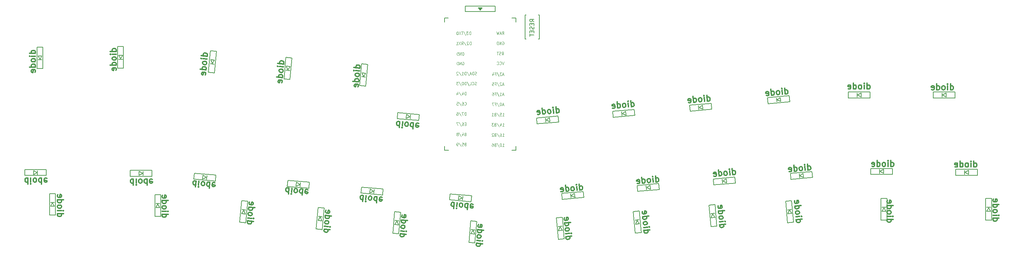
<source format=gbo>
%TF.GenerationSoftware,KiCad,Pcbnew,(5.1.6-0-10_14)*%
%TF.CreationDate,2020-08-12T22:04:00+09:00*%
%TF.ProjectId,cool836,636f6f6c-3833-4362-9e6b-696361645f70,rev?*%
%TF.SameCoordinates,Original*%
%TF.FileFunction,Legend,Bot*%
%TF.FilePolarity,Positive*%
%FSLAX46Y46*%
G04 Gerber Fmt 4.6, Leading zero omitted, Abs format (unit mm)*
G04 Created by KiCad (PCBNEW (5.1.6-0-10_14)) date 2020-08-12 22:04:00*
%MOMM*%
%LPD*%
G01*
G04 APERTURE LIST*
%ADD10C,0.300000*%
%ADD11C,0.150000*%
%ADD12C,0.125000*%
G04 APERTURE END LIST*
D10*
X281185714Y64721428D02*
X281185714Y66221428D01*
X281185714Y64792857D02*
X281328571Y64721428D01*
X281614285Y64721428D01*
X281757142Y64792857D01*
X281828571Y64864285D01*
X281900000Y65007142D01*
X281900000Y65435714D01*
X281828571Y65578571D01*
X281757142Y65650000D01*
X281614285Y65721428D01*
X281328571Y65721428D01*
X281185714Y65650000D01*
X280471428Y64721428D02*
X280471428Y65721428D01*
X280471428Y66221428D02*
X280542857Y66150000D01*
X280471428Y66078571D01*
X280400000Y66150000D01*
X280471428Y66221428D01*
X280471428Y66078571D01*
X279542857Y64721428D02*
X279685714Y64792857D01*
X279757142Y64864285D01*
X279828571Y65007142D01*
X279828571Y65435714D01*
X279757142Y65578571D01*
X279685714Y65650000D01*
X279542857Y65721428D01*
X279328571Y65721428D01*
X279185714Y65650000D01*
X279114285Y65578571D01*
X279042857Y65435714D01*
X279042857Y65007142D01*
X279114285Y64864285D01*
X279185714Y64792857D01*
X279328571Y64721428D01*
X279542857Y64721428D01*
X277757142Y64721428D02*
X277757142Y66221428D01*
X277757142Y64792857D02*
X277900000Y64721428D01*
X278185714Y64721428D01*
X278328571Y64792857D01*
X278400000Y64864285D01*
X278471428Y65007142D01*
X278471428Y65435714D01*
X278400000Y65578571D01*
X278328571Y65650000D01*
X278185714Y65721428D01*
X277900000Y65721428D01*
X277757142Y65650000D01*
X276471428Y64792857D02*
X276614285Y64721428D01*
X276900000Y64721428D01*
X277042857Y64792857D01*
X277114285Y64935714D01*
X277114285Y65507142D01*
X277042857Y65650000D01*
X276900000Y65721428D01*
X276614285Y65721428D01*
X276471428Y65650000D01*
X276400000Y65507142D01*
X276400000Y65364285D01*
X277114285Y65221428D01*
X301860714Y64571428D02*
X301860714Y66071428D01*
X301860714Y64642857D02*
X302003571Y64571428D01*
X302289285Y64571428D01*
X302432142Y64642857D01*
X302503571Y64714285D01*
X302575000Y64857142D01*
X302575000Y65285714D01*
X302503571Y65428571D01*
X302432142Y65500000D01*
X302289285Y65571428D01*
X302003571Y65571428D01*
X301860714Y65500000D01*
X301146428Y64571428D02*
X301146428Y65571428D01*
X301146428Y66071428D02*
X301217857Y66000000D01*
X301146428Y65928571D01*
X301075000Y66000000D01*
X301146428Y66071428D01*
X301146428Y65928571D01*
X300217857Y64571428D02*
X300360714Y64642857D01*
X300432142Y64714285D01*
X300503571Y64857142D01*
X300503571Y65285714D01*
X300432142Y65428571D01*
X300360714Y65500000D01*
X300217857Y65571428D01*
X300003571Y65571428D01*
X299860714Y65500000D01*
X299789285Y65428571D01*
X299717857Y65285714D01*
X299717857Y64857142D01*
X299789285Y64714285D01*
X299860714Y64642857D01*
X300003571Y64571428D01*
X300217857Y64571428D01*
X298432142Y64571428D02*
X298432142Y66071428D01*
X298432142Y64642857D02*
X298575000Y64571428D01*
X298860714Y64571428D01*
X299003571Y64642857D01*
X299075000Y64714285D01*
X299146428Y64857142D01*
X299146428Y65285714D01*
X299075000Y65428571D01*
X299003571Y65500000D01*
X298860714Y65571428D01*
X298575000Y65571428D01*
X298432142Y65500000D01*
X297146428Y64642857D02*
X297289285Y64571428D01*
X297575000Y64571428D01*
X297717857Y64642857D01*
X297789285Y64785714D01*
X297789285Y65357142D01*
X297717857Y65500000D01*
X297575000Y65571428D01*
X297289285Y65571428D01*
X297146428Y65500000D01*
X297075000Y65357142D01*
X297075000Y65214285D01*
X297789285Y65071428D01*
X296035714Y83846428D02*
X296035714Y85346428D01*
X296035714Y83917857D02*
X296178571Y83846428D01*
X296464285Y83846428D01*
X296607142Y83917857D01*
X296678571Y83989285D01*
X296750000Y84132142D01*
X296750000Y84560714D01*
X296678571Y84703571D01*
X296607142Y84775000D01*
X296464285Y84846428D01*
X296178571Y84846428D01*
X296035714Y84775000D01*
X295321428Y83846428D02*
X295321428Y84846428D01*
X295321428Y85346428D02*
X295392857Y85275000D01*
X295321428Y85203571D01*
X295250000Y85275000D01*
X295321428Y85346428D01*
X295321428Y85203571D01*
X294392857Y83846428D02*
X294535714Y83917857D01*
X294607142Y83989285D01*
X294678571Y84132142D01*
X294678571Y84560714D01*
X294607142Y84703571D01*
X294535714Y84775000D01*
X294392857Y84846428D01*
X294178571Y84846428D01*
X294035714Y84775000D01*
X293964285Y84703571D01*
X293892857Y84560714D01*
X293892857Y84132142D01*
X293964285Y83989285D01*
X294035714Y83917857D01*
X294178571Y83846428D01*
X294392857Y83846428D01*
X292607142Y83846428D02*
X292607142Y85346428D01*
X292607142Y83917857D02*
X292750000Y83846428D01*
X293035714Y83846428D01*
X293178571Y83917857D01*
X293250000Y83989285D01*
X293321428Y84132142D01*
X293321428Y84560714D01*
X293250000Y84703571D01*
X293178571Y84775000D01*
X293035714Y84846428D01*
X292750000Y84846428D01*
X292607142Y84775000D01*
X291321428Y83917857D02*
X291464285Y83846428D01*
X291750000Y83846428D01*
X291892857Y83917857D01*
X291964285Y84060714D01*
X291964285Y84632142D01*
X291892857Y84775000D01*
X291750000Y84846428D01*
X291464285Y84846428D01*
X291321428Y84775000D01*
X291250000Y84632142D01*
X291250000Y84489285D01*
X291964285Y84346428D01*
X275260714Y84046428D02*
X275260714Y85546428D01*
X275260714Y84117857D02*
X275403571Y84046428D01*
X275689285Y84046428D01*
X275832142Y84117857D01*
X275903571Y84189285D01*
X275975000Y84332142D01*
X275975000Y84760714D01*
X275903571Y84903571D01*
X275832142Y84975000D01*
X275689285Y85046428D01*
X275403571Y85046428D01*
X275260714Y84975000D01*
X274546428Y84046428D02*
X274546428Y85046428D01*
X274546428Y85546428D02*
X274617857Y85475000D01*
X274546428Y85403571D01*
X274475000Y85475000D01*
X274546428Y85546428D01*
X274546428Y85403571D01*
X273617857Y84046428D02*
X273760714Y84117857D01*
X273832142Y84189285D01*
X273903571Y84332142D01*
X273903571Y84760714D01*
X273832142Y84903571D01*
X273760714Y84975000D01*
X273617857Y85046428D01*
X273403571Y85046428D01*
X273260714Y84975000D01*
X273189285Y84903571D01*
X273117857Y84760714D01*
X273117857Y84332142D01*
X273189285Y84189285D01*
X273260714Y84117857D01*
X273403571Y84046428D01*
X273617857Y84046428D01*
X271832142Y84046428D02*
X271832142Y85546428D01*
X271832142Y84117857D02*
X271975000Y84046428D01*
X272260714Y84046428D01*
X272403571Y84117857D01*
X272475000Y84189285D01*
X272546428Y84332142D01*
X272546428Y84760714D01*
X272475000Y84903571D01*
X272403571Y84975000D01*
X272260714Y85046428D01*
X271975000Y85046428D01*
X271832142Y84975000D01*
X270546428Y84117857D02*
X270689285Y84046428D01*
X270975000Y84046428D01*
X271117857Y84117857D01*
X271189285Y84260714D01*
X271189285Y84832142D01*
X271117857Y84975000D01*
X270975000Y85046428D01*
X270689285Y85046428D01*
X270546428Y84975000D01*
X270475000Y84832142D01*
X270475000Y84689285D01*
X271189285Y84546428D01*
X197862109Y78076434D02*
X197731375Y79570726D01*
X197855883Y78147591D02*
X198004422Y78088885D01*
X198289049Y78113787D01*
X198425137Y78197394D01*
X198490069Y78274777D01*
X198548775Y78423316D01*
X198511422Y78850256D01*
X198427815Y78986344D01*
X198350432Y79051276D01*
X198201894Y79109982D01*
X197917266Y79085080D01*
X197781178Y79001472D01*
X197150541Y78014180D02*
X197063385Y79010375D01*
X197019807Y79508472D02*
X197097190Y79443541D01*
X197032258Y79366159D01*
X196954876Y79431090D01*
X197019807Y79508472D01*
X197032258Y79366159D01*
X196225503Y77933250D02*
X196361591Y78016858D01*
X196426523Y78094240D01*
X196485229Y78242779D01*
X196447876Y78669719D01*
X196364268Y78805807D01*
X196286886Y78870739D01*
X196138347Y78929445D01*
X195924877Y78910768D01*
X195788789Y78827161D01*
X195723858Y78749779D01*
X195665152Y78601240D01*
X195702504Y78174299D01*
X195786112Y78038211D01*
X195863494Y77973280D01*
X196012033Y77914574D01*
X196225503Y77933250D01*
X194446584Y77777615D02*
X194315850Y79271907D01*
X194440359Y77848772D02*
X194588898Y77790066D01*
X194873525Y77814967D01*
X195009613Y77898575D01*
X195074544Y77975957D01*
X195133250Y78124496D01*
X195095898Y78551436D01*
X195012290Y78687525D01*
X194934908Y78752456D01*
X194786369Y78811162D01*
X194501742Y78786260D01*
X194365654Y78702653D01*
X193159537Y77736714D02*
X193308076Y77678008D01*
X193592703Y77702910D01*
X193728791Y77786517D01*
X193787497Y77935056D01*
X193737694Y78504310D01*
X193654086Y78640399D01*
X193505547Y78699105D01*
X193220920Y78674203D01*
X193084832Y78590595D01*
X193026126Y78442056D01*
X193038577Y78299743D01*
X193762595Y78219683D01*
X216537109Y79626434D02*
X216406375Y81120726D01*
X216530883Y79697591D02*
X216679422Y79638885D01*
X216964049Y79663787D01*
X217100137Y79747394D01*
X217165069Y79824777D01*
X217223775Y79973316D01*
X217186422Y80400256D01*
X217102815Y80536344D01*
X217025432Y80601276D01*
X216876894Y80659982D01*
X216592266Y80635080D01*
X216456178Y80551472D01*
X215825541Y79564180D02*
X215738385Y80560375D01*
X215694807Y81058472D02*
X215772190Y80993541D01*
X215707258Y80916159D01*
X215629876Y80981090D01*
X215694807Y81058472D01*
X215707258Y80916159D01*
X214900503Y79483250D02*
X215036591Y79566858D01*
X215101523Y79644240D01*
X215160229Y79792779D01*
X215122876Y80219719D01*
X215039268Y80355807D01*
X214961886Y80420739D01*
X214813347Y80479445D01*
X214599877Y80460768D01*
X214463789Y80377161D01*
X214398858Y80299779D01*
X214340152Y80151240D01*
X214377504Y79724299D01*
X214461112Y79588211D01*
X214538494Y79523280D01*
X214687033Y79464574D01*
X214900503Y79483250D01*
X213121584Y79327615D02*
X212990850Y80821907D01*
X213115359Y79398772D02*
X213263898Y79340066D01*
X213548525Y79364967D01*
X213684613Y79448575D01*
X213749544Y79525957D01*
X213808250Y79674496D01*
X213770898Y80101436D01*
X213687290Y80237525D01*
X213609908Y80302456D01*
X213461369Y80361162D01*
X213176742Y80336260D01*
X213040654Y80252653D01*
X211834537Y79286714D02*
X211983076Y79228008D01*
X212267703Y79252910D01*
X212403791Y79336517D01*
X212462497Y79485056D01*
X212412694Y80054310D01*
X212329086Y80190399D01*
X212180547Y80249105D01*
X211895920Y80224203D01*
X211759832Y80140595D01*
X211701126Y79992056D01*
X211713577Y79849743D01*
X212437595Y79769683D01*
X235462109Y81001434D02*
X235331375Y82495726D01*
X235455883Y81072591D02*
X235604422Y81013885D01*
X235889049Y81038787D01*
X236025137Y81122394D01*
X236090069Y81199777D01*
X236148775Y81348316D01*
X236111422Y81775256D01*
X236027815Y81911344D01*
X235950432Y81976276D01*
X235801894Y82034982D01*
X235517266Y82010080D01*
X235381178Y81926472D01*
X234750541Y80939180D02*
X234663385Y81935375D01*
X234619807Y82433472D02*
X234697190Y82368541D01*
X234632258Y82291159D01*
X234554876Y82356090D01*
X234619807Y82433472D01*
X234632258Y82291159D01*
X233825503Y80858250D02*
X233961591Y80941858D01*
X234026523Y81019240D01*
X234085229Y81167779D01*
X234047876Y81594719D01*
X233964268Y81730807D01*
X233886886Y81795739D01*
X233738347Y81854445D01*
X233524877Y81835768D01*
X233388789Y81752161D01*
X233323858Y81674779D01*
X233265152Y81526240D01*
X233302504Y81099299D01*
X233386112Y80963211D01*
X233463494Y80898280D01*
X233612033Y80839574D01*
X233825503Y80858250D01*
X232046584Y80702615D02*
X231915850Y82196907D01*
X232040359Y80773772D02*
X232188898Y80715066D01*
X232473525Y80739967D01*
X232609613Y80823575D01*
X232674544Y80900957D01*
X232733250Y81049496D01*
X232695898Y81476436D01*
X232612290Y81612525D01*
X232534908Y81677456D01*
X232386369Y81736162D01*
X232101742Y81711260D01*
X231965654Y81627653D01*
X230759537Y80661714D02*
X230908076Y80603008D01*
X231192703Y80627910D01*
X231328791Y80711517D01*
X231387497Y80860056D01*
X231337694Y81429310D01*
X231254086Y81565399D01*
X231105547Y81624105D01*
X230820920Y81599203D01*
X230684832Y81515595D01*
X230626126Y81367056D01*
X230638577Y81224743D01*
X231362595Y81144683D01*
X254862109Y82776434D02*
X254731375Y84270726D01*
X254855883Y82847591D02*
X255004422Y82788885D01*
X255289049Y82813787D01*
X255425137Y82897394D01*
X255490069Y82974777D01*
X255548775Y83123316D01*
X255511422Y83550256D01*
X255427815Y83686344D01*
X255350432Y83751276D01*
X255201894Y83809982D01*
X254917266Y83785080D01*
X254781178Y83701472D01*
X254150541Y82714180D02*
X254063385Y83710375D01*
X254019807Y84208472D02*
X254097190Y84143541D01*
X254032258Y84066159D01*
X253954876Y84131090D01*
X254019807Y84208472D01*
X254032258Y84066159D01*
X253225503Y82633250D02*
X253361591Y82716858D01*
X253426523Y82794240D01*
X253485229Y82942779D01*
X253447876Y83369719D01*
X253364268Y83505807D01*
X253286886Y83570739D01*
X253138347Y83629445D01*
X252924877Y83610768D01*
X252788789Y83527161D01*
X252723858Y83449779D01*
X252665152Y83301240D01*
X252702504Y82874299D01*
X252786112Y82738211D01*
X252863494Y82673280D01*
X253012033Y82614574D01*
X253225503Y82633250D01*
X251446584Y82477615D02*
X251315850Y83971907D01*
X251440359Y82548772D02*
X251588898Y82490066D01*
X251873525Y82514967D01*
X252009613Y82598575D01*
X252074544Y82675957D01*
X252133250Y82824496D01*
X252095898Y83251436D01*
X252012290Y83387525D01*
X251934908Y83452456D01*
X251786369Y83511162D01*
X251501742Y83486260D01*
X251365654Y83402653D01*
X250159537Y82436714D02*
X250308076Y82378008D01*
X250592703Y82402910D01*
X250728791Y82486517D01*
X250787497Y82635056D01*
X250737694Y83204310D01*
X250654086Y83340399D01*
X250505547Y83399105D01*
X250220920Y83374203D01*
X250084832Y83290595D01*
X250026126Y83142056D01*
X250038577Y82999743D01*
X250762595Y82919683D01*
X260537109Y63801434D02*
X260406375Y65295726D01*
X260530883Y63872591D02*
X260679422Y63813885D01*
X260964049Y63838787D01*
X261100137Y63922394D01*
X261165069Y63999777D01*
X261223775Y64148316D01*
X261186422Y64575256D01*
X261102815Y64711344D01*
X261025432Y64776276D01*
X260876894Y64834982D01*
X260592266Y64810080D01*
X260456178Y64726472D01*
X259825541Y63739180D02*
X259738385Y64735375D01*
X259694807Y65233472D02*
X259772190Y65168541D01*
X259707258Y65091159D01*
X259629876Y65156090D01*
X259694807Y65233472D01*
X259707258Y65091159D01*
X258900503Y63658250D02*
X259036591Y63741858D01*
X259101523Y63819240D01*
X259160229Y63967779D01*
X259122876Y64394719D01*
X259039268Y64530807D01*
X258961886Y64595739D01*
X258813347Y64654445D01*
X258599877Y64635768D01*
X258463789Y64552161D01*
X258398858Y64474779D01*
X258340152Y64326240D01*
X258377504Y63899299D01*
X258461112Y63763211D01*
X258538494Y63698280D01*
X258687033Y63639574D01*
X258900503Y63658250D01*
X257121584Y63502615D02*
X256990850Y64996907D01*
X257115359Y63573772D02*
X257263898Y63515066D01*
X257548525Y63539967D01*
X257684613Y63623575D01*
X257749544Y63700957D01*
X257808250Y63849496D01*
X257770898Y64276436D01*
X257687290Y64412525D01*
X257609908Y64477456D01*
X257461369Y64536162D01*
X257176742Y64511260D01*
X257040654Y64427653D01*
X255834537Y63461714D02*
X255983076Y63403008D01*
X256267703Y63427910D01*
X256403791Y63511517D01*
X256462497Y63660056D01*
X256412694Y64229310D01*
X256329086Y64365399D01*
X256180547Y64424105D01*
X255895920Y64399203D01*
X255759832Y64315595D01*
X255701126Y64167056D01*
X255713577Y64024743D01*
X256437595Y63944683D01*
X241787109Y62651434D02*
X241656375Y64145726D01*
X241780883Y62722591D02*
X241929422Y62663885D01*
X242214049Y62688787D01*
X242350137Y62772394D01*
X242415069Y62849777D01*
X242473775Y62998316D01*
X242436422Y63425256D01*
X242352815Y63561344D01*
X242275432Y63626276D01*
X242126894Y63684982D01*
X241842266Y63660080D01*
X241706178Y63576472D01*
X241075541Y62589180D02*
X240988385Y63585375D01*
X240944807Y64083472D02*
X241022190Y64018541D01*
X240957258Y63941159D01*
X240879876Y64006090D01*
X240944807Y64083472D01*
X240957258Y63941159D01*
X240150503Y62508250D02*
X240286591Y62591858D01*
X240351523Y62669240D01*
X240410229Y62817779D01*
X240372876Y63244719D01*
X240289268Y63380807D01*
X240211886Y63445739D01*
X240063347Y63504445D01*
X239849877Y63485768D01*
X239713789Y63402161D01*
X239648858Y63324779D01*
X239590152Y63176240D01*
X239627504Y62749299D01*
X239711112Y62613211D01*
X239788494Y62548280D01*
X239937033Y62489574D01*
X240150503Y62508250D01*
X238371584Y62352615D02*
X238240850Y63846907D01*
X238365359Y62423772D02*
X238513898Y62365066D01*
X238798525Y62389967D01*
X238934613Y62473575D01*
X238999544Y62550957D01*
X239058250Y62699496D01*
X239020898Y63126436D01*
X238937290Y63262525D01*
X238859908Y63327456D01*
X238711369Y63386162D01*
X238426742Y63361260D01*
X238290654Y63277653D01*
X237084537Y62311714D02*
X237233076Y62253008D01*
X237517703Y62277910D01*
X237653791Y62361517D01*
X237712497Y62510056D01*
X237662694Y63079310D01*
X237579086Y63215399D01*
X237430547Y63274105D01*
X237145920Y63249203D01*
X237009832Y63165595D01*
X236951126Y63017056D01*
X236963577Y62874743D01*
X237687595Y62794683D01*
X222687109Y60826434D02*
X222556375Y62320726D01*
X222680883Y60897591D02*
X222829422Y60838885D01*
X223114049Y60863787D01*
X223250137Y60947394D01*
X223315069Y61024777D01*
X223373775Y61173316D01*
X223336422Y61600256D01*
X223252815Y61736344D01*
X223175432Y61801276D01*
X223026894Y61859982D01*
X222742266Y61835080D01*
X222606178Y61751472D01*
X221975541Y60764180D02*
X221888385Y61760375D01*
X221844807Y62258472D02*
X221922190Y62193541D01*
X221857258Y62116159D01*
X221779876Y62181090D01*
X221844807Y62258472D01*
X221857258Y62116159D01*
X221050503Y60683250D02*
X221186591Y60766858D01*
X221251523Y60844240D01*
X221310229Y60992779D01*
X221272876Y61419719D01*
X221189268Y61555807D01*
X221111886Y61620739D01*
X220963347Y61679445D01*
X220749877Y61660768D01*
X220613789Y61577161D01*
X220548858Y61499779D01*
X220490152Y61351240D01*
X220527504Y60924299D01*
X220611112Y60788211D01*
X220688494Y60723280D01*
X220837033Y60664574D01*
X221050503Y60683250D01*
X219271584Y60527615D02*
X219140850Y62021907D01*
X219265359Y60598772D02*
X219413898Y60540066D01*
X219698525Y60564967D01*
X219834613Y60648575D01*
X219899544Y60725957D01*
X219958250Y60874496D01*
X219920898Y61301436D01*
X219837290Y61437525D01*
X219759908Y61502456D01*
X219611369Y61561162D01*
X219326742Y61536260D01*
X219190654Y61452653D01*
X217984537Y60486714D02*
X218133076Y60428008D01*
X218417703Y60452910D01*
X218553791Y60536517D01*
X218612497Y60685056D01*
X218562694Y61254310D01*
X218479086Y61390399D01*
X218330547Y61449105D01*
X218045920Y61424203D01*
X217909832Y61340595D01*
X217851126Y61192056D01*
X217863577Y61049743D01*
X218587595Y60969683D01*
X203687109Y58801434D02*
X203556375Y60295726D01*
X203680883Y58872591D02*
X203829422Y58813885D01*
X204114049Y58838787D01*
X204250137Y58922394D01*
X204315069Y58999777D01*
X204373775Y59148316D01*
X204336422Y59575256D01*
X204252815Y59711344D01*
X204175432Y59776276D01*
X204026894Y59834982D01*
X203742266Y59810080D01*
X203606178Y59726472D01*
X202975541Y58739180D02*
X202888385Y59735375D01*
X202844807Y60233472D02*
X202922190Y60168541D01*
X202857258Y60091159D01*
X202779876Y60156090D01*
X202844807Y60233472D01*
X202857258Y60091159D01*
X202050503Y58658250D02*
X202186591Y58741858D01*
X202251523Y58819240D01*
X202310229Y58967779D01*
X202272876Y59394719D01*
X202189268Y59530807D01*
X202111886Y59595739D01*
X201963347Y59654445D01*
X201749877Y59635768D01*
X201613789Y59552161D01*
X201548858Y59474779D01*
X201490152Y59326240D01*
X201527504Y58899299D01*
X201611112Y58763211D01*
X201688494Y58698280D01*
X201837033Y58639574D01*
X202050503Y58658250D01*
X200271584Y58502615D02*
X200140850Y59996907D01*
X200265359Y58573772D02*
X200413898Y58515066D01*
X200698525Y58539967D01*
X200834613Y58623575D01*
X200899544Y58700957D01*
X200958250Y58849496D01*
X200920898Y59276436D01*
X200837290Y59412525D01*
X200759908Y59477456D01*
X200611369Y59536162D01*
X200326742Y59511260D01*
X200190654Y59427653D01*
X198984537Y58461714D02*
X199133076Y58403008D01*
X199417703Y58427910D01*
X199553791Y58511517D01*
X199612497Y58660056D01*
X199562694Y59229310D01*
X199479086Y59365399D01*
X199330547Y59424105D01*
X199045920Y59399203D01*
X198909832Y59315595D01*
X198851126Y59167056D01*
X198863577Y59024743D01*
X199587595Y58944683D01*
X200201434Y47187890D02*
X201695726Y47318624D01*
X200272591Y47194116D02*
X200213885Y47045577D01*
X200238787Y46760950D01*
X200322394Y46624862D01*
X200399777Y46559930D01*
X200548316Y46501224D01*
X200975256Y46538577D01*
X201111344Y46622184D01*
X201176276Y46699567D01*
X201234982Y46848105D01*
X201210080Y47132733D01*
X201126472Y47268821D01*
X200139180Y47899458D02*
X201135375Y47986614D01*
X201633472Y48030192D02*
X201568541Y47952809D01*
X201491159Y48017741D01*
X201556090Y48095123D01*
X201633472Y48030192D01*
X201491159Y48017741D01*
X200058250Y48824496D02*
X200141858Y48688408D01*
X200219240Y48623476D01*
X200367779Y48564770D01*
X200794719Y48602123D01*
X200930807Y48685731D01*
X200995739Y48763113D01*
X201054445Y48911652D01*
X201035768Y49125122D01*
X200952161Y49261210D01*
X200874779Y49326141D01*
X200726240Y49384847D01*
X200299299Y49347495D01*
X200163211Y49263887D01*
X200098280Y49186505D01*
X200039574Y49037966D01*
X200058250Y48824496D01*
X199902615Y50603415D02*
X201396907Y50734149D01*
X199973772Y50609640D02*
X199915066Y50461101D01*
X199939967Y50176474D01*
X200023575Y50040386D01*
X200100957Y49975455D01*
X200249496Y49916749D01*
X200676436Y49954101D01*
X200812525Y50037709D01*
X200877456Y50115091D01*
X200936162Y50263630D01*
X200911260Y50548257D01*
X200827653Y50684345D01*
X199861714Y51890462D02*
X199803008Y51741923D01*
X199827910Y51457296D01*
X199911517Y51321208D01*
X200060056Y51262502D01*
X200629310Y51312305D01*
X200765399Y51395913D01*
X200824105Y51544452D01*
X200799203Y51829079D01*
X200715595Y51965167D01*
X200567056Y52023873D01*
X200424743Y52011422D01*
X200344683Y51287404D01*
X219651434Y48762890D02*
X221145726Y48893624D01*
X219722591Y48769116D02*
X219663885Y48620577D01*
X219688787Y48335950D01*
X219772394Y48199862D01*
X219849777Y48134930D01*
X219998316Y48076224D01*
X220425256Y48113577D01*
X220561344Y48197184D01*
X220626276Y48274567D01*
X220684982Y48423105D01*
X220660080Y48707733D01*
X220576472Y48843821D01*
X219589180Y49474458D02*
X220585375Y49561614D01*
X221083472Y49605192D02*
X221018541Y49527809D01*
X220941159Y49592741D01*
X221006090Y49670123D01*
X221083472Y49605192D01*
X220941159Y49592741D01*
X219508250Y50399496D02*
X219591858Y50263408D01*
X219669240Y50198476D01*
X219817779Y50139770D01*
X220244719Y50177123D01*
X220380807Y50260731D01*
X220445739Y50338113D01*
X220504445Y50486652D01*
X220485768Y50700122D01*
X220402161Y50836210D01*
X220324779Y50901141D01*
X220176240Y50959847D01*
X219749299Y50922495D01*
X219613211Y50838887D01*
X219548280Y50761505D01*
X219489574Y50612966D01*
X219508250Y50399496D01*
X219352615Y52178415D02*
X220846907Y52309149D01*
X219423772Y52184640D02*
X219365066Y52036101D01*
X219389967Y51751474D01*
X219473575Y51615386D01*
X219550957Y51550455D01*
X219699496Y51491749D01*
X220126436Y51529101D01*
X220262525Y51612709D01*
X220327456Y51690091D01*
X220386162Y51838630D01*
X220361260Y52123257D01*
X220277653Y52259345D01*
X219311714Y53465462D02*
X219253008Y53316923D01*
X219277910Y53032296D01*
X219361517Y52896208D01*
X219510056Y52837502D01*
X220079310Y52887305D01*
X220215399Y52970913D01*
X220274105Y53119452D01*
X220249203Y53404079D01*
X220165595Y53540167D01*
X220017056Y53598873D01*
X219874743Y53586422D01*
X219794683Y52862404D01*
X238526434Y50162890D02*
X240020726Y50293624D01*
X238597591Y50169116D02*
X238538885Y50020577D01*
X238563787Y49735950D01*
X238647394Y49599862D01*
X238724777Y49534930D01*
X238873316Y49476224D01*
X239300256Y49513577D01*
X239436344Y49597184D01*
X239501276Y49674567D01*
X239559982Y49823105D01*
X239535080Y50107733D01*
X239451472Y50243821D01*
X238464180Y50874458D02*
X239460375Y50961614D01*
X239958472Y51005192D02*
X239893541Y50927809D01*
X239816159Y50992741D01*
X239881090Y51070123D01*
X239958472Y51005192D01*
X239816159Y50992741D01*
X238383250Y51799496D02*
X238466858Y51663408D01*
X238544240Y51598476D01*
X238692779Y51539770D01*
X239119719Y51577123D01*
X239255807Y51660731D01*
X239320739Y51738113D01*
X239379445Y51886652D01*
X239360768Y52100122D01*
X239277161Y52236210D01*
X239199779Y52301141D01*
X239051240Y52359847D01*
X238624299Y52322495D01*
X238488211Y52238887D01*
X238423280Y52161505D01*
X238364574Y52012966D01*
X238383250Y51799496D01*
X238227615Y53578415D02*
X239721907Y53709149D01*
X238298772Y53584640D02*
X238240066Y53436101D01*
X238264967Y53151474D01*
X238348575Y53015386D01*
X238425957Y52950455D01*
X238574496Y52891749D01*
X239001436Y52929101D01*
X239137525Y53012709D01*
X239202456Y53090091D01*
X239261162Y53238630D01*
X239236260Y53523257D01*
X239152653Y53659345D01*
X238186714Y54865462D02*
X238128008Y54716923D01*
X238152910Y54432296D01*
X238236517Y54296208D01*
X238385056Y54237502D01*
X238954310Y54287305D01*
X239090399Y54370913D01*
X239149105Y54519452D01*
X239124203Y54804079D01*
X239040595Y54940167D01*
X238892056Y54998873D01*
X238749743Y54986422D01*
X238669683Y54262404D01*
X257576434Y51412890D02*
X259070726Y51543624D01*
X257647591Y51419116D02*
X257588885Y51270577D01*
X257613787Y50985950D01*
X257697394Y50849862D01*
X257774777Y50784930D01*
X257923316Y50726224D01*
X258350256Y50763577D01*
X258486344Y50847184D01*
X258551276Y50924567D01*
X258609982Y51073105D01*
X258585080Y51357733D01*
X258501472Y51493821D01*
X257514180Y52124458D02*
X258510375Y52211614D01*
X259008472Y52255192D02*
X258943541Y52177809D01*
X258866159Y52242741D01*
X258931090Y52320123D01*
X259008472Y52255192D01*
X258866159Y52242741D01*
X257433250Y53049496D02*
X257516858Y52913408D01*
X257594240Y52848476D01*
X257742779Y52789770D01*
X258169719Y52827123D01*
X258305807Y52910731D01*
X258370739Y52988113D01*
X258429445Y53136652D01*
X258410768Y53350122D01*
X258327161Y53486210D01*
X258249779Y53551141D01*
X258101240Y53609847D01*
X257674299Y53572495D01*
X257538211Y53488887D01*
X257473280Y53411505D01*
X257414574Y53262966D01*
X257433250Y53049496D01*
X257277615Y54828415D02*
X258771907Y54959149D01*
X257348772Y54834640D02*
X257290066Y54686101D01*
X257314967Y54401474D01*
X257398575Y54265386D01*
X257475957Y54200455D01*
X257624496Y54141749D01*
X258051436Y54179101D01*
X258187525Y54262709D01*
X258252456Y54340091D01*
X258311162Y54488630D01*
X258286260Y54773257D01*
X258202653Y54909345D01*
X257236714Y56115462D02*
X257178008Y55966923D01*
X257202910Y55682296D01*
X257286517Y55546208D01*
X257435056Y55487502D01*
X258004310Y55537305D01*
X258140399Y55620913D01*
X258199105Y55769452D01*
X258174203Y56054079D01*
X258090595Y56190167D01*
X257942056Y56248873D01*
X257799743Y56236422D01*
X257719683Y55512404D01*
X280246428Y51514285D02*
X281746428Y51514285D01*
X280317857Y51514285D02*
X280246428Y51371428D01*
X280246428Y51085714D01*
X280317857Y50942857D01*
X280389285Y50871428D01*
X280532142Y50800000D01*
X280960714Y50800000D01*
X281103571Y50871428D01*
X281175000Y50942857D01*
X281246428Y51085714D01*
X281246428Y51371428D01*
X281175000Y51514285D01*
X280246428Y52228571D02*
X281246428Y52228571D01*
X281746428Y52228571D02*
X281675000Y52157142D01*
X281603571Y52228571D01*
X281675000Y52300000D01*
X281746428Y52228571D01*
X281603571Y52228571D01*
X280246428Y53157142D02*
X280317857Y53014285D01*
X280389285Y52942857D01*
X280532142Y52871428D01*
X280960714Y52871428D01*
X281103571Y52942857D01*
X281175000Y53014285D01*
X281246428Y53157142D01*
X281246428Y53371428D01*
X281175000Y53514285D01*
X281103571Y53585714D01*
X280960714Y53657142D01*
X280532142Y53657142D01*
X280389285Y53585714D01*
X280317857Y53514285D01*
X280246428Y53371428D01*
X280246428Y53157142D01*
X280246428Y54942857D02*
X281746428Y54942857D01*
X280317857Y54942857D02*
X280246428Y54800000D01*
X280246428Y54514285D01*
X280317857Y54371428D01*
X280389285Y54300000D01*
X280532142Y54228571D01*
X280960714Y54228571D01*
X281103571Y54300000D01*
X281175000Y54371428D01*
X281246428Y54514285D01*
X281246428Y54800000D01*
X281175000Y54942857D01*
X280317857Y56228571D02*
X280246428Y56085714D01*
X280246428Y55800000D01*
X280317857Y55657142D01*
X280460714Y55585714D01*
X281032142Y55585714D01*
X281175000Y55657142D01*
X281246428Y55800000D01*
X281246428Y56085714D01*
X281175000Y56228571D01*
X281032142Y56300000D01*
X280889285Y56300000D01*
X280746428Y55585714D01*
X306621428Y51814285D02*
X308121428Y51814285D01*
X306692857Y51814285D02*
X306621428Y51671428D01*
X306621428Y51385714D01*
X306692857Y51242857D01*
X306764285Y51171428D01*
X306907142Y51100000D01*
X307335714Y51100000D01*
X307478571Y51171428D01*
X307550000Y51242857D01*
X307621428Y51385714D01*
X307621428Y51671428D01*
X307550000Y51814285D01*
X306621428Y52528571D02*
X307621428Y52528571D01*
X308121428Y52528571D02*
X308050000Y52457142D01*
X307978571Y52528571D01*
X308050000Y52600000D01*
X308121428Y52528571D01*
X307978571Y52528571D01*
X306621428Y53457142D02*
X306692857Y53314285D01*
X306764285Y53242857D01*
X306907142Y53171428D01*
X307335714Y53171428D01*
X307478571Y53242857D01*
X307550000Y53314285D01*
X307621428Y53457142D01*
X307621428Y53671428D01*
X307550000Y53814285D01*
X307478571Y53885714D01*
X307335714Y53957142D01*
X306907142Y53957142D01*
X306764285Y53885714D01*
X306692857Y53814285D01*
X306621428Y53671428D01*
X306621428Y53457142D01*
X306621428Y55242857D02*
X308121428Y55242857D01*
X306692857Y55242857D02*
X306621428Y55100000D01*
X306621428Y54814285D01*
X306692857Y54671428D01*
X306764285Y54600000D01*
X306907142Y54528571D01*
X307335714Y54528571D01*
X307478571Y54600000D01*
X307550000Y54671428D01*
X307621428Y54814285D01*
X307621428Y55100000D01*
X307550000Y55242857D01*
X306692857Y56528571D02*
X306621428Y56385714D01*
X306621428Y56100000D01*
X306692857Y55957142D01*
X306835714Y55885714D01*
X307407142Y55885714D01*
X307550000Y55957142D01*
X307621428Y56100000D01*
X307621428Y56385714D01*
X307550000Y56528571D01*
X307407142Y56600000D01*
X307264285Y56600000D01*
X307121428Y55885714D01*
X68078571Y92960714D02*
X66578571Y92960714D01*
X68007142Y92960714D02*
X68078571Y93103571D01*
X68078571Y93389285D01*
X68007142Y93532142D01*
X67935714Y93603571D01*
X67792857Y93675000D01*
X67364285Y93675000D01*
X67221428Y93603571D01*
X67150000Y93532142D01*
X67078571Y93389285D01*
X67078571Y93103571D01*
X67150000Y92960714D01*
X68078571Y92246428D02*
X67078571Y92246428D01*
X66578571Y92246428D02*
X66650000Y92317857D01*
X66721428Y92246428D01*
X66650000Y92175000D01*
X66578571Y92246428D01*
X66721428Y92246428D01*
X68078571Y91317857D02*
X68007142Y91460714D01*
X67935714Y91532142D01*
X67792857Y91603571D01*
X67364285Y91603571D01*
X67221428Y91532142D01*
X67150000Y91460714D01*
X67078571Y91317857D01*
X67078571Y91103571D01*
X67150000Y90960714D01*
X67221428Y90889285D01*
X67364285Y90817857D01*
X67792857Y90817857D01*
X67935714Y90889285D01*
X68007142Y90960714D01*
X68078571Y91103571D01*
X68078571Y91317857D01*
X68078571Y89532142D02*
X66578571Y89532142D01*
X68007142Y89532142D02*
X68078571Y89675000D01*
X68078571Y89960714D01*
X68007142Y90103571D01*
X67935714Y90175000D01*
X67792857Y90246428D01*
X67364285Y90246428D01*
X67221428Y90175000D01*
X67150000Y90103571D01*
X67078571Y89960714D01*
X67078571Y89675000D01*
X67150000Y89532142D01*
X68007142Y88246428D02*
X68078571Y88389285D01*
X68078571Y88675000D01*
X68007142Y88817857D01*
X67864285Y88889285D01*
X67292857Y88889285D01*
X67150000Y88817857D01*
X67078571Y88675000D01*
X67078571Y88389285D01*
X67150000Y88246428D01*
X67292857Y88175000D01*
X67435714Y88175000D01*
X67578571Y88889285D01*
X88203571Y93410714D02*
X86703571Y93410714D01*
X88132142Y93410714D02*
X88203571Y93553571D01*
X88203571Y93839285D01*
X88132142Y93982142D01*
X88060714Y94053571D01*
X87917857Y94125000D01*
X87489285Y94125000D01*
X87346428Y94053571D01*
X87275000Y93982142D01*
X87203571Y93839285D01*
X87203571Y93553571D01*
X87275000Y93410714D01*
X88203571Y92696428D02*
X87203571Y92696428D01*
X86703571Y92696428D02*
X86775000Y92767857D01*
X86846428Y92696428D01*
X86775000Y92625000D01*
X86703571Y92696428D01*
X86846428Y92696428D01*
X88203571Y91767857D02*
X88132142Y91910714D01*
X88060714Y91982142D01*
X87917857Y92053571D01*
X87489285Y92053571D01*
X87346428Y91982142D01*
X87275000Y91910714D01*
X87203571Y91767857D01*
X87203571Y91553571D01*
X87275000Y91410714D01*
X87346428Y91339285D01*
X87489285Y91267857D01*
X87917857Y91267857D01*
X88060714Y91339285D01*
X88132142Y91410714D01*
X88203571Y91553571D01*
X88203571Y91767857D01*
X88203571Y89982142D02*
X86703571Y89982142D01*
X88132142Y89982142D02*
X88203571Y90125000D01*
X88203571Y90410714D01*
X88132142Y90553571D01*
X88060714Y90625000D01*
X87917857Y90696428D01*
X87489285Y90696428D01*
X87346428Y90625000D01*
X87275000Y90553571D01*
X87203571Y90410714D01*
X87203571Y90125000D01*
X87275000Y89982142D01*
X88132142Y88696428D02*
X88203571Y88839285D01*
X88203571Y89125000D01*
X88132142Y89267857D01*
X87989285Y89339285D01*
X87417857Y89339285D01*
X87275000Y89267857D01*
X87203571Y89125000D01*
X87203571Y88839285D01*
X87275000Y88696428D01*
X87417857Y88625000D01*
X87560714Y88625000D01*
X87703571Y89339285D01*
X110878413Y92243826D02*
X109384121Y92374559D01*
X110807256Y92250051D02*
X110890864Y92386139D01*
X110915765Y92670766D01*
X110857059Y92819305D01*
X110792128Y92896688D01*
X110656040Y92980295D01*
X110229099Y93017648D01*
X110080560Y92958942D01*
X110003178Y92894010D01*
X109919571Y92757922D01*
X109894669Y92473295D01*
X109953375Y92324756D01*
X110816159Y91532258D02*
X109819964Y91619414D01*
X109321867Y91662992D02*
X109399249Y91727923D01*
X109464180Y91650541D01*
X109386798Y91585610D01*
X109321867Y91662992D01*
X109464180Y91650541D01*
X110735229Y90607220D02*
X110676523Y90755759D01*
X110611591Y90833141D01*
X110475503Y90916749D01*
X110048563Y90954101D01*
X109900024Y90895396D01*
X109822641Y90830464D01*
X109739034Y90694376D01*
X109720358Y90480906D01*
X109779064Y90332367D01*
X109843995Y90254985D01*
X109980083Y90171377D01*
X110407024Y90134025D01*
X110555563Y90192731D01*
X110632945Y90257662D01*
X110716552Y90393750D01*
X110735229Y90607220D01*
X110579593Y88828301D02*
X109085301Y88959035D01*
X110508436Y88834527D02*
X110592044Y88970615D01*
X110616946Y89255242D01*
X110558240Y89403781D01*
X110493308Y89481163D01*
X110357220Y89564770D01*
X109930280Y89602123D01*
X109781741Y89543417D01*
X109704359Y89478486D01*
X109620751Y89342398D01*
X109595849Y89057770D01*
X109654555Y88909232D01*
X110396379Y87553705D02*
X110479987Y87689793D01*
X110504888Y87974420D01*
X110446182Y88122959D01*
X110310094Y88206567D01*
X109740840Y88256370D01*
X109592301Y88197664D01*
X109508694Y88061576D01*
X109483792Y87776949D01*
X109542498Y87628410D01*
X109678586Y87544802D01*
X109820900Y87532351D01*
X110025467Y88231468D01*
X129928413Y90293826D02*
X128434121Y90424559D01*
X129857256Y90300051D02*
X129940864Y90436139D01*
X129965765Y90720766D01*
X129907059Y90869305D01*
X129842128Y90946688D01*
X129706040Y91030295D01*
X129279099Y91067648D01*
X129130560Y91008942D01*
X129053178Y90944010D01*
X128969571Y90807922D01*
X128944669Y90523295D01*
X129003375Y90374756D01*
X129866159Y89582258D02*
X128869964Y89669414D01*
X128371867Y89712992D02*
X128449249Y89777923D01*
X128514180Y89700541D01*
X128436798Y89635610D01*
X128371867Y89712992D01*
X128514180Y89700541D01*
X129785229Y88657220D02*
X129726523Y88805759D01*
X129661591Y88883141D01*
X129525503Y88966749D01*
X129098563Y89004101D01*
X128950024Y88945396D01*
X128872641Y88880464D01*
X128789034Y88744376D01*
X128770358Y88530906D01*
X128829064Y88382367D01*
X128893995Y88304985D01*
X129030083Y88221377D01*
X129457024Y88184025D01*
X129605563Y88242731D01*
X129682945Y88307662D01*
X129766552Y88443750D01*
X129785229Y88657220D01*
X129629593Y86878301D02*
X128135301Y87009035D01*
X129558436Y86884527D02*
X129642044Y87020615D01*
X129666946Y87305242D01*
X129608240Y87453781D01*
X129543308Y87531163D01*
X129407220Y87614770D01*
X128980280Y87652123D01*
X128831741Y87593417D01*
X128754359Y87528486D01*
X128670751Y87392398D01*
X128645849Y87107770D01*
X128704555Y86959232D01*
X129446379Y85603705D02*
X129529987Y85739793D01*
X129554888Y86024420D01*
X129496182Y86172959D01*
X129360094Y86256567D01*
X128790840Y86306370D01*
X128642301Y86247664D01*
X128558694Y86111576D01*
X128533792Y85826949D01*
X128592498Y85678410D01*
X128728586Y85594802D01*
X128870900Y85582351D01*
X129075467Y86281468D01*
X148903413Y89268826D02*
X147409121Y89399559D01*
X148832256Y89275051D02*
X148915864Y89411139D01*
X148940765Y89695766D01*
X148882059Y89844305D01*
X148817128Y89921688D01*
X148681040Y90005295D01*
X148254099Y90042648D01*
X148105560Y89983942D01*
X148028178Y89919010D01*
X147944571Y89782922D01*
X147919669Y89498295D01*
X147978375Y89349756D01*
X148841159Y88557258D02*
X147844964Y88644414D01*
X147346867Y88687992D02*
X147424249Y88752923D01*
X147489180Y88675541D01*
X147411798Y88610610D01*
X147346867Y88687992D01*
X147489180Y88675541D01*
X148760229Y87632220D02*
X148701523Y87780759D01*
X148636591Y87858141D01*
X148500503Y87941749D01*
X148073563Y87979101D01*
X147925024Y87920396D01*
X147847641Y87855464D01*
X147764034Y87719376D01*
X147745358Y87505906D01*
X147804064Y87357367D01*
X147868995Y87279985D01*
X148005083Y87196377D01*
X148432024Y87159025D01*
X148580563Y87217731D01*
X148657945Y87282662D01*
X148741552Y87418750D01*
X148760229Y87632220D01*
X148604593Y85853301D02*
X147110301Y85984035D01*
X148533436Y85859527D02*
X148617044Y85995615D01*
X148641946Y86280242D01*
X148583240Y86428781D01*
X148518308Y86506163D01*
X148382220Y86589770D01*
X147955280Y86627123D01*
X147806741Y86568417D01*
X147729359Y86503486D01*
X147645751Y86367398D01*
X147620849Y86082770D01*
X147679555Y85934232D01*
X148421379Y84578705D02*
X148504987Y84714793D01*
X148529888Y84999420D01*
X148471182Y85147959D01*
X148335094Y85231567D01*
X147765840Y85281370D01*
X147617301Y85222664D01*
X147533694Y85086576D01*
X147508792Y84801949D01*
X147567498Y84653410D01*
X147703586Y84569802D01*
X147845900Y84557351D01*
X148050467Y85256468D01*
X158831173Y75903413D02*
X158700440Y74409121D01*
X158824948Y75832256D02*
X158688860Y75915864D01*
X158404233Y75940765D01*
X158255694Y75882059D01*
X158178311Y75817128D01*
X158094704Y75681040D01*
X158057351Y75254099D01*
X158116057Y75105560D01*
X158180989Y75028178D01*
X158317077Y74944571D01*
X158601704Y74919669D01*
X158750243Y74978375D01*
X159542741Y75841159D02*
X159455585Y74844964D01*
X159412007Y74346867D02*
X159347076Y74424249D01*
X159424458Y74489180D01*
X159489389Y74411798D01*
X159412007Y74346867D01*
X159424458Y74489180D01*
X160467779Y75760229D02*
X160319240Y75701523D01*
X160241858Y75636591D01*
X160158250Y75500503D01*
X160120898Y75073563D01*
X160179603Y74925024D01*
X160244535Y74847641D01*
X160380623Y74764034D01*
X160594093Y74745358D01*
X160742632Y74804064D01*
X160820014Y74868995D01*
X160903622Y75005083D01*
X160940974Y75432024D01*
X160882268Y75580563D01*
X160817337Y75657945D01*
X160681249Y75741552D01*
X160467779Y75760229D01*
X162246698Y75604593D02*
X162115964Y74110301D01*
X162240472Y75533436D02*
X162104384Y75617044D01*
X161819757Y75641946D01*
X161671218Y75583240D01*
X161593836Y75518308D01*
X161510229Y75382220D01*
X161472876Y74955280D01*
X161531582Y74806741D01*
X161596513Y74729359D01*
X161732601Y74645751D01*
X162017229Y74620849D01*
X162165767Y74679555D01*
X163521294Y75421379D02*
X163385206Y75504987D01*
X163100579Y75529888D01*
X162952040Y75471182D01*
X162868432Y75335094D01*
X162818629Y74765840D01*
X162877335Y74617301D01*
X163013423Y74533694D01*
X163298050Y74508792D01*
X163446589Y74567498D01*
X163530197Y74703586D01*
X163542648Y74845900D01*
X162843531Y75050467D01*
X177946586Y45531173D02*
X179440878Y45400440D01*
X178017743Y45524948D02*
X177934135Y45388860D01*
X177909234Y45104233D01*
X177967940Y44955694D01*
X178032871Y44878311D01*
X178168959Y44794704D01*
X178595900Y44757351D01*
X178744439Y44816057D01*
X178821821Y44880989D01*
X178905428Y45017077D01*
X178930330Y45301704D01*
X178871624Y45450243D01*
X178008840Y46242741D02*
X179005035Y46155585D01*
X179503132Y46112007D02*
X179425750Y46047076D01*
X179360819Y46124458D01*
X179438201Y46189389D01*
X179503132Y46112007D01*
X179360819Y46124458D01*
X178089770Y47167779D02*
X178148476Y47019240D01*
X178213408Y46941858D01*
X178349496Y46858250D01*
X178776436Y46820898D01*
X178924975Y46879603D01*
X179002358Y46944535D01*
X179085965Y47080623D01*
X179104641Y47294093D01*
X179045935Y47442632D01*
X178981004Y47520014D01*
X178844916Y47603622D01*
X178417975Y47640974D01*
X178269436Y47582268D01*
X178192054Y47517337D01*
X178108447Y47381249D01*
X178089770Y47167779D01*
X178245406Y48946698D02*
X179739698Y48815964D01*
X178316563Y48940472D02*
X178232955Y48804384D01*
X178208053Y48519757D01*
X178266759Y48371218D01*
X178331691Y48293836D01*
X178467779Y48210229D01*
X178894719Y48172876D01*
X179043258Y48231582D01*
X179120640Y48296513D01*
X179204248Y48432601D01*
X179229150Y48717229D01*
X179170444Y48865767D01*
X178428620Y50221294D02*
X178345012Y50085206D01*
X178320111Y49800579D01*
X178378817Y49652040D01*
X178514905Y49568432D01*
X179084159Y49518629D01*
X179232698Y49577335D01*
X179316305Y49713423D01*
X179341207Y49998050D01*
X179282501Y50146589D01*
X179146413Y50230197D01*
X179004099Y50242648D01*
X178799532Y49543531D01*
X158971586Y47931173D02*
X160465878Y47800440D01*
X159042743Y47924948D02*
X158959135Y47788860D01*
X158934234Y47504233D01*
X158992940Y47355694D01*
X159057871Y47278311D01*
X159193959Y47194704D01*
X159620900Y47157351D01*
X159769439Y47216057D01*
X159846821Y47280989D01*
X159930428Y47417077D01*
X159955330Y47701704D01*
X159896624Y47850243D01*
X159033840Y48642741D02*
X160030035Y48555585D01*
X160528132Y48512007D02*
X160450750Y48447076D01*
X160385819Y48524458D01*
X160463201Y48589389D01*
X160528132Y48512007D01*
X160385819Y48524458D01*
X159114770Y49567779D02*
X159173476Y49419240D01*
X159238408Y49341858D01*
X159374496Y49258250D01*
X159801436Y49220898D01*
X159949975Y49279603D01*
X160027358Y49344535D01*
X160110965Y49480623D01*
X160129641Y49694093D01*
X160070935Y49842632D01*
X160006004Y49920014D01*
X159869916Y50003622D01*
X159442975Y50040974D01*
X159294436Y49982268D01*
X159217054Y49917337D01*
X159133447Y49781249D01*
X159114770Y49567779D01*
X159270406Y51346698D02*
X160764698Y51215964D01*
X159341563Y51340472D02*
X159257955Y51204384D01*
X159233053Y50919757D01*
X159291759Y50771218D01*
X159356691Y50693836D01*
X159492779Y50610229D01*
X159919719Y50572876D01*
X160068258Y50631582D01*
X160145640Y50696513D01*
X160229248Y50832601D01*
X160254150Y51117229D01*
X160195444Y51265767D01*
X159453620Y52621294D02*
X159370012Y52485206D01*
X159345111Y52200579D01*
X159403817Y52052040D01*
X159539905Y51968432D01*
X160109159Y51918629D01*
X160257698Y51977335D01*
X160341305Y52113423D01*
X160366207Y52398050D01*
X160307501Y52546589D01*
X160171413Y52630197D01*
X160029099Y52642648D01*
X159824532Y51943531D01*
X139996586Y49056173D02*
X141490878Y48925440D01*
X140067743Y49049948D02*
X139984135Y48913860D01*
X139959234Y48629233D01*
X140017940Y48480694D01*
X140082871Y48403311D01*
X140218959Y48319704D01*
X140645900Y48282351D01*
X140794439Y48341057D01*
X140871821Y48405989D01*
X140955428Y48542077D01*
X140980330Y48826704D01*
X140921624Y48975243D01*
X140058840Y49767741D02*
X141055035Y49680585D01*
X141553132Y49637007D02*
X141475750Y49572076D01*
X141410819Y49649458D01*
X141488201Y49714389D01*
X141553132Y49637007D01*
X141410819Y49649458D01*
X140139770Y50692779D02*
X140198476Y50544240D01*
X140263408Y50466858D01*
X140399496Y50383250D01*
X140826436Y50345898D01*
X140974975Y50404603D01*
X141052358Y50469535D01*
X141135965Y50605623D01*
X141154641Y50819093D01*
X141095935Y50967632D01*
X141031004Y51045014D01*
X140894916Y51128622D01*
X140467975Y51165974D01*
X140319436Y51107268D01*
X140242054Y51042337D01*
X140158447Y50906249D01*
X140139770Y50692779D01*
X140295406Y52471698D02*
X141789698Y52340964D01*
X140366563Y52465472D02*
X140282955Y52329384D01*
X140258053Y52044757D01*
X140316759Y51896218D01*
X140381691Y51818836D01*
X140517779Y51735229D01*
X140944719Y51697876D01*
X141093258Y51756582D01*
X141170640Y51821513D01*
X141254248Y51957601D01*
X141279150Y52242229D01*
X141220444Y52390767D01*
X140478620Y53746294D02*
X140395012Y53610206D01*
X140370111Y53325579D01*
X140428817Y53177040D01*
X140564905Y53093432D01*
X141134159Y53043629D01*
X141282698Y53102335D01*
X141366305Y53238423D01*
X141391207Y53523050D01*
X141332501Y53671589D01*
X141196413Y53755197D01*
X141054099Y53767648D01*
X140849532Y53068531D01*
X120921586Y51131173D02*
X122415878Y51000440D01*
X120992743Y51124948D02*
X120909135Y50988860D01*
X120884234Y50704233D01*
X120942940Y50555694D01*
X121007871Y50478311D01*
X121143959Y50394704D01*
X121570900Y50357351D01*
X121719439Y50416057D01*
X121796821Y50480989D01*
X121880428Y50617077D01*
X121905330Y50901704D01*
X121846624Y51050243D01*
X120983840Y51842741D02*
X121980035Y51755585D01*
X122478132Y51712007D02*
X122400750Y51647076D01*
X122335819Y51724458D01*
X122413201Y51789389D01*
X122478132Y51712007D01*
X122335819Y51724458D01*
X121064770Y52767779D02*
X121123476Y52619240D01*
X121188408Y52541858D01*
X121324496Y52458250D01*
X121751436Y52420898D01*
X121899975Y52479603D01*
X121977358Y52544535D01*
X122060965Y52680623D01*
X122079641Y52894093D01*
X122020935Y53042632D01*
X121956004Y53120014D01*
X121819916Y53203622D01*
X121392975Y53240974D01*
X121244436Y53182268D01*
X121167054Y53117337D01*
X121083447Y52981249D01*
X121064770Y52767779D01*
X121220406Y54546698D02*
X122714698Y54415964D01*
X121291563Y54540472D02*
X121207955Y54404384D01*
X121183053Y54119757D01*
X121241759Y53971218D01*
X121306691Y53893836D01*
X121442779Y53810229D01*
X121869719Y53772876D01*
X122018258Y53831582D01*
X122095640Y53896513D01*
X122179248Y54032601D01*
X122204150Y54317229D01*
X122145444Y54465767D01*
X121403620Y55821294D02*
X121320012Y55685206D01*
X121295111Y55400579D01*
X121353817Y55252040D01*
X121489905Y55168432D01*
X122059159Y55118629D01*
X122207698Y55177335D01*
X122291305Y55313423D01*
X122316207Y55598050D01*
X122257501Y55746589D01*
X122121413Y55830197D01*
X121979099Y55842648D01*
X121774532Y55143531D01*
X99646428Y52764285D02*
X101146428Y52764285D01*
X99717857Y52764285D02*
X99646428Y52621428D01*
X99646428Y52335714D01*
X99717857Y52192857D01*
X99789285Y52121428D01*
X99932142Y52050000D01*
X100360714Y52050000D01*
X100503571Y52121428D01*
X100575000Y52192857D01*
X100646428Y52335714D01*
X100646428Y52621428D01*
X100575000Y52764285D01*
X99646428Y53478571D02*
X100646428Y53478571D01*
X101146428Y53478571D02*
X101075000Y53407142D01*
X101003571Y53478571D01*
X101075000Y53550000D01*
X101146428Y53478571D01*
X101003571Y53478571D01*
X99646428Y54407142D02*
X99717857Y54264285D01*
X99789285Y54192857D01*
X99932142Y54121428D01*
X100360714Y54121428D01*
X100503571Y54192857D01*
X100575000Y54264285D01*
X100646428Y54407142D01*
X100646428Y54621428D01*
X100575000Y54764285D01*
X100503571Y54835714D01*
X100360714Y54907142D01*
X99932142Y54907142D01*
X99789285Y54835714D01*
X99717857Y54764285D01*
X99646428Y54621428D01*
X99646428Y54407142D01*
X99646428Y56192857D02*
X101146428Y56192857D01*
X99717857Y56192857D02*
X99646428Y56050000D01*
X99646428Y55764285D01*
X99717857Y55621428D01*
X99789285Y55550000D01*
X99932142Y55478571D01*
X100360714Y55478571D01*
X100503571Y55550000D01*
X100575000Y55621428D01*
X100646428Y55764285D01*
X100646428Y56050000D01*
X100575000Y56192857D01*
X99717857Y57478571D02*
X99646428Y57335714D01*
X99646428Y57050000D01*
X99717857Y56907142D01*
X99860714Y56835714D01*
X100432142Y56835714D01*
X100575000Y56907142D01*
X100646428Y57050000D01*
X100646428Y57335714D01*
X100575000Y57478571D01*
X100432142Y57550000D01*
X100289285Y57550000D01*
X100146428Y56835714D01*
X73571428Y52939285D02*
X75071428Y52939285D01*
X73642857Y52939285D02*
X73571428Y52796428D01*
X73571428Y52510714D01*
X73642857Y52367857D01*
X73714285Y52296428D01*
X73857142Y52225000D01*
X74285714Y52225000D01*
X74428571Y52296428D01*
X74500000Y52367857D01*
X74571428Y52510714D01*
X74571428Y52796428D01*
X74500000Y52939285D01*
X73571428Y53653571D02*
X74571428Y53653571D01*
X75071428Y53653571D02*
X75000000Y53582142D01*
X74928571Y53653571D01*
X75000000Y53725000D01*
X75071428Y53653571D01*
X74928571Y53653571D01*
X73571428Y54582142D02*
X73642857Y54439285D01*
X73714285Y54367857D01*
X73857142Y54296428D01*
X74285714Y54296428D01*
X74428571Y54367857D01*
X74500000Y54439285D01*
X74571428Y54582142D01*
X74571428Y54796428D01*
X74500000Y54939285D01*
X74428571Y55010714D01*
X74285714Y55082142D01*
X73857142Y55082142D01*
X73714285Y55010714D01*
X73642857Y54939285D01*
X73571428Y54796428D01*
X73571428Y54582142D01*
X73571428Y56367857D02*
X75071428Y56367857D01*
X73642857Y56367857D02*
X73571428Y56225000D01*
X73571428Y55939285D01*
X73642857Y55796428D01*
X73714285Y55725000D01*
X73857142Y55653571D01*
X74285714Y55653571D01*
X74428571Y55725000D01*
X74500000Y55796428D01*
X74571428Y55939285D01*
X74571428Y56225000D01*
X74500000Y56367857D01*
X73642857Y57653571D02*
X73571428Y57510714D01*
X73571428Y57225000D01*
X73642857Y57082142D01*
X73785714Y57010714D01*
X74357142Y57010714D01*
X74500000Y57082142D01*
X74571428Y57225000D01*
X74571428Y57510714D01*
X74500000Y57653571D01*
X74357142Y57725000D01*
X74214285Y57725000D01*
X74071428Y57010714D01*
X66189285Y61803571D02*
X66189285Y60303571D01*
X66189285Y61732142D02*
X66046428Y61803571D01*
X65760714Y61803571D01*
X65617857Y61732142D01*
X65546428Y61660714D01*
X65475000Y61517857D01*
X65475000Y61089285D01*
X65546428Y60946428D01*
X65617857Y60875000D01*
X65760714Y60803571D01*
X66046428Y60803571D01*
X66189285Y60875000D01*
X66903571Y61803571D02*
X66903571Y60803571D01*
X66903571Y60303571D02*
X66832142Y60375000D01*
X66903571Y60446428D01*
X66975000Y60375000D01*
X66903571Y60303571D01*
X66903571Y60446428D01*
X67832142Y61803571D02*
X67689285Y61732142D01*
X67617857Y61660714D01*
X67546428Y61517857D01*
X67546428Y61089285D01*
X67617857Y60946428D01*
X67689285Y60875000D01*
X67832142Y60803571D01*
X68046428Y60803571D01*
X68189285Y60875000D01*
X68260714Y60946428D01*
X68332142Y61089285D01*
X68332142Y61517857D01*
X68260714Y61660714D01*
X68189285Y61732142D01*
X68046428Y61803571D01*
X67832142Y61803571D01*
X69617857Y61803571D02*
X69617857Y60303571D01*
X69617857Y61732142D02*
X69475000Y61803571D01*
X69189285Y61803571D01*
X69046428Y61732142D01*
X68975000Y61660714D01*
X68903571Y61517857D01*
X68903571Y61089285D01*
X68975000Y60946428D01*
X69046428Y60875000D01*
X69189285Y60803571D01*
X69475000Y60803571D01*
X69617857Y60875000D01*
X70903571Y61732142D02*
X70760714Y61803571D01*
X70475000Y61803571D01*
X70332142Y61732142D01*
X70260714Y61589285D01*
X70260714Y61017857D01*
X70332142Y60875000D01*
X70475000Y60803571D01*
X70760714Y60803571D01*
X70903571Y60875000D01*
X70975000Y61017857D01*
X70975000Y61160714D01*
X70260714Y61303571D01*
X92464285Y61553571D02*
X92464285Y60053571D01*
X92464285Y61482142D02*
X92321428Y61553571D01*
X92035714Y61553571D01*
X91892857Y61482142D01*
X91821428Y61410714D01*
X91750000Y61267857D01*
X91750000Y60839285D01*
X91821428Y60696428D01*
X91892857Y60625000D01*
X92035714Y60553571D01*
X92321428Y60553571D01*
X92464285Y60625000D01*
X93178571Y61553571D02*
X93178571Y60553571D01*
X93178571Y60053571D02*
X93107142Y60125000D01*
X93178571Y60196428D01*
X93250000Y60125000D01*
X93178571Y60053571D01*
X93178571Y60196428D01*
X94107142Y61553571D02*
X93964285Y61482142D01*
X93892857Y61410714D01*
X93821428Y61267857D01*
X93821428Y60839285D01*
X93892857Y60696428D01*
X93964285Y60625000D01*
X94107142Y60553571D01*
X94321428Y60553571D01*
X94464285Y60625000D01*
X94535714Y60696428D01*
X94607142Y60839285D01*
X94607142Y61267857D01*
X94535714Y61410714D01*
X94464285Y61482142D01*
X94321428Y61553571D01*
X94107142Y61553571D01*
X95892857Y61553571D02*
X95892857Y60053571D01*
X95892857Y61482142D02*
X95750000Y61553571D01*
X95464285Y61553571D01*
X95321428Y61482142D01*
X95250000Y61410714D01*
X95178571Y61267857D01*
X95178571Y60839285D01*
X95250000Y60696428D01*
X95321428Y60625000D01*
X95464285Y60553571D01*
X95750000Y60553571D01*
X95892857Y60625000D01*
X97178571Y61482142D02*
X97035714Y61553571D01*
X96750000Y61553571D01*
X96607142Y61482142D01*
X96535714Y61339285D01*
X96535714Y60767857D01*
X96607142Y60625000D01*
X96750000Y60553571D01*
X97035714Y60553571D01*
X97178571Y60625000D01*
X97250000Y60767857D01*
X97250000Y60910714D01*
X96535714Y61053571D01*
X108106173Y61078413D02*
X107975440Y59584121D01*
X108099948Y61007256D02*
X107963860Y61090864D01*
X107679233Y61115765D01*
X107530694Y61057059D01*
X107453311Y60992128D01*
X107369704Y60856040D01*
X107332351Y60429099D01*
X107391057Y60280560D01*
X107455989Y60203178D01*
X107592077Y60119571D01*
X107876704Y60094669D01*
X108025243Y60153375D01*
X108817741Y61016159D02*
X108730585Y60019964D01*
X108687007Y59521867D02*
X108622076Y59599249D01*
X108699458Y59664180D01*
X108764389Y59586798D01*
X108687007Y59521867D01*
X108699458Y59664180D01*
X109742779Y60935229D02*
X109594240Y60876523D01*
X109516858Y60811591D01*
X109433250Y60675503D01*
X109395898Y60248563D01*
X109454603Y60100024D01*
X109519535Y60022641D01*
X109655623Y59939034D01*
X109869093Y59920358D01*
X110017632Y59979064D01*
X110095014Y60043995D01*
X110178622Y60180083D01*
X110215974Y60607024D01*
X110157268Y60755563D01*
X110092337Y60832945D01*
X109956249Y60916552D01*
X109742779Y60935229D01*
X111521698Y60779593D02*
X111390964Y59285301D01*
X111515472Y60708436D02*
X111379384Y60792044D01*
X111094757Y60816946D01*
X110946218Y60758240D01*
X110868836Y60693308D01*
X110785229Y60557220D01*
X110747876Y60130280D01*
X110806582Y59981741D01*
X110871513Y59904359D01*
X111007601Y59820751D01*
X111292229Y59795849D01*
X111440767Y59854555D01*
X112796294Y60596379D02*
X112660206Y60679987D01*
X112375579Y60704888D01*
X112227040Y60646182D01*
X112143432Y60510094D01*
X112093629Y59940840D01*
X112152335Y59792301D01*
X112288423Y59708694D01*
X112573050Y59683792D01*
X112721589Y59742498D01*
X112805197Y59878586D01*
X112817648Y60020900D01*
X112118531Y60225467D01*
X131231173Y59353413D02*
X131100440Y57859121D01*
X131224948Y59282256D02*
X131088860Y59365864D01*
X130804233Y59390765D01*
X130655694Y59332059D01*
X130578311Y59267128D01*
X130494704Y59131040D01*
X130457351Y58704099D01*
X130516057Y58555560D01*
X130580989Y58478178D01*
X130717077Y58394571D01*
X131001704Y58369669D01*
X131150243Y58428375D01*
X131942741Y59291159D02*
X131855585Y58294964D01*
X131812007Y57796867D02*
X131747076Y57874249D01*
X131824458Y57939180D01*
X131889389Y57861798D01*
X131812007Y57796867D01*
X131824458Y57939180D01*
X132867779Y59210229D02*
X132719240Y59151523D01*
X132641858Y59086591D01*
X132558250Y58950503D01*
X132520898Y58523563D01*
X132579603Y58375024D01*
X132644535Y58297641D01*
X132780623Y58214034D01*
X132994093Y58195358D01*
X133142632Y58254064D01*
X133220014Y58318995D01*
X133303622Y58455083D01*
X133340974Y58882024D01*
X133282268Y59030563D01*
X133217337Y59107945D01*
X133081249Y59191552D01*
X132867779Y59210229D01*
X134646698Y59054593D02*
X134515964Y57560301D01*
X134640472Y58983436D02*
X134504384Y59067044D01*
X134219757Y59091946D01*
X134071218Y59033240D01*
X133993836Y58968308D01*
X133910229Y58832220D01*
X133872876Y58405280D01*
X133931582Y58256741D01*
X133996513Y58179359D01*
X134132601Y58095751D01*
X134417229Y58070849D01*
X134565767Y58129555D01*
X135921294Y58871379D02*
X135785206Y58954987D01*
X135500579Y58979888D01*
X135352040Y58921182D01*
X135268432Y58785094D01*
X135218629Y58215840D01*
X135277335Y58067301D01*
X135413423Y57983694D01*
X135698050Y57958792D01*
X135846589Y58017498D01*
X135930197Y58153586D01*
X135942648Y58295900D01*
X135243531Y58500467D01*
X149756173Y57453413D02*
X149625440Y55959121D01*
X149749948Y57382256D02*
X149613860Y57465864D01*
X149329233Y57490765D01*
X149180694Y57432059D01*
X149103311Y57367128D01*
X149019704Y57231040D01*
X148982351Y56804099D01*
X149041057Y56655560D01*
X149105989Y56578178D01*
X149242077Y56494571D01*
X149526704Y56469669D01*
X149675243Y56528375D01*
X150467741Y57391159D02*
X150380585Y56394964D01*
X150337007Y55896867D02*
X150272076Y55974249D01*
X150349458Y56039180D01*
X150414389Y55961798D01*
X150337007Y55896867D01*
X150349458Y56039180D01*
X151392779Y57310229D02*
X151244240Y57251523D01*
X151166858Y57186591D01*
X151083250Y57050503D01*
X151045898Y56623563D01*
X151104603Y56475024D01*
X151169535Y56397641D01*
X151305623Y56314034D01*
X151519093Y56295358D01*
X151667632Y56354064D01*
X151745014Y56418995D01*
X151828622Y56555083D01*
X151865974Y56982024D01*
X151807268Y57130563D01*
X151742337Y57207945D01*
X151606249Y57291552D01*
X151392779Y57310229D01*
X153171698Y57154593D02*
X153040964Y55660301D01*
X153165472Y57083436D02*
X153029384Y57167044D01*
X152744757Y57191946D01*
X152596218Y57133240D01*
X152518836Y57068308D01*
X152435229Y56932220D01*
X152397876Y56505280D01*
X152456582Y56356741D01*
X152521513Y56279359D01*
X152657601Y56195751D01*
X152942229Y56170849D01*
X153090767Y56229555D01*
X154446294Y56971379D02*
X154310206Y57054987D01*
X154025579Y57079888D01*
X153877040Y57021182D01*
X153793432Y56885094D01*
X153743629Y56315840D01*
X153802335Y56167301D01*
X153938423Y56083694D01*
X154223050Y56058792D01*
X154371589Y56117498D01*
X154455197Y56253586D01*
X154467648Y56395900D01*
X153768531Y56600467D01*
X172406173Y55728413D02*
X172275440Y54234121D01*
X172399948Y55657256D02*
X172263860Y55740864D01*
X171979233Y55765765D01*
X171830694Y55707059D01*
X171753311Y55642128D01*
X171669704Y55506040D01*
X171632351Y55079099D01*
X171691057Y54930560D01*
X171755989Y54853178D01*
X171892077Y54769571D01*
X172176704Y54744669D01*
X172325243Y54803375D01*
X173117741Y55666159D02*
X173030585Y54669964D01*
X172987007Y54171867D02*
X172922076Y54249249D01*
X172999458Y54314180D01*
X173064389Y54236798D01*
X172987007Y54171867D01*
X172999458Y54314180D01*
X174042779Y55585229D02*
X173894240Y55526523D01*
X173816858Y55461591D01*
X173733250Y55325503D01*
X173695898Y54898563D01*
X173754603Y54750024D01*
X173819535Y54672641D01*
X173955623Y54589034D01*
X174169093Y54570358D01*
X174317632Y54629064D01*
X174395014Y54693995D01*
X174478622Y54830083D01*
X174515974Y55257024D01*
X174457268Y55405563D01*
X174392337Y55482945D01*
X174256249Y55566552D01*
X174042779Y55585229D01*
X175821698Y55429593D02*
X175690964Y53935301D01*
X175815472Y55358436D02*
X175679384Y55442044D01*
X175394757Y55466946D01*
X175246218Y55408240D01*
X175168836Y55343308D01*
X175085229Y55207220D01*
X175047876Y54780280D01*
X175106582Y54631741D01*
X175171513Y54554359D01*
X175307601Y54470751D01*
X175592229Y54445849D01*
X175740767Y54504555D01*
X177096294Y55246379D02*
X176960206Y55329987D01*
X176675579Y55354888D01*
X176527040Y55296182D01*
X176443432Y55160094D01*
X176393629Y54590840D01*
X176452335Y54442301D01*
X176588423Y54358694D01*
X176873050Y54333792D01*
X177021589Y54392498D01*
X177105197Y54528586D01*
X177117648Y54670900D01*
X176418531Y54875467D01*
D11*
%TO.C,U1*%
X170000000Y68750000D02*
X171010000Y68750000D01*
X187800000Y68750000D02*
X186800000Y68750000D01*
X170000000Y69750000D02*
X170000000Y68750000D01*
X187800000Y69800000D02*
X187800000Y68750000D01*
X170000000Y101800000D02*
X170950000Y101800000D01*
X187800000Y101800000D02*
X186800000Y101800000D01*
X170000000Y101800000D02*
X170000000Y100800000D01*
X187800000Y101800000D02*
X187800000Y100800000D01*
X182650000Y104700000D02*
X182650000Y103400000D01*
X182650000Y103400000D02*
X175150000Y103400000D01*
X175150000Y103400000D02*
X175150000Y104700000D01*
X175150000Y104700000D02*
X182650000Y104700000D01*
X179400000Y104350000D02*
X178400000Y104350000D01*
X178400000Y104350000D02*
X178900000Y103700000D01*
X178900000Y103700000D02*
X179400000Y104350000D01*
X179250000Y104200000D02*
X178550000Y104200000D01*
X179150000Y104050000D02*
X178650000Y104050000D01*
X179050000Y103900000D02*
X178750000Y103900000D01*
%TO.C,D1*%
X69200000Y91425000D02*
X68700000Y92325000D01*
X68700000Y92325000D02*
X69700000Y92325000D01*
X69700000Y92325000D02*
X69200000Y91425000D01*
X68700000Y91325000D02*
X69700000Y91325000D01*
X68450000Y94525000D02*
X68450000Y89125000D01*
X68450000Y89125000D02*
X69950000Y89125000D01*
X69950000Y89125000D02*
X69950000Y94525000D01*
X69950000Y94525000D02*
X68450000Y94525000D01*
%TO.C,D2*%
X89275000Y91575000D02*
X88775000Y92475000D01*
X88775000Y92475000D02*
X89775000Y92475000D01*
X89775000Y92475000D02*
X89275000Y91575000D01*
X88775000Y91475000D02*
X89775000Y91475000D01*
X88525000Y94675000D02*
X88525000Y89275000D01*
X88525000Y89275000D02*
X90025000Y89275000D01*
X90025000Y89275000D02*
X90025000Y94675000D01*
X90025000Y94675000D02*
X88525000Y94675000D01*
%TO.C,D3*%
X112140138Y90426522D02*
X111720481Y91366675D01*
X111720481Y91366675D02*
X112716675Y91279519D01*
X112716675Y91279519D02*
X112140138Y90426522D01*
X111633325Y90370481D02*
X112629519Y90283325D01*
X111663174Y93580092D02*
X111192533Y88200641D01*
X111192533Y88200641D02*
X112686826Y88069908D01*
X112686826Y88069908D02*
X113157467Y93449359D01*
X113157467Y93449359D02*
X111663174Y93580092D01*
%TO.C,D4*%
X130965138Y88801522D02*
X130545481Y89741675D01*
X130545481Y89741675D02*
X131541675Y89654519D01*
X131541675Y89654519D02*
X130965138Y88801522D01*
X130458325Y88745481D02*
X131454519Y88658325D01*
X130488174Y91955092D02*
X130017533Y86575641D01*
X130017533Y86575641D02*
X131511826Y86444908D01*
X131511826Y86444908D02*
X131982467Y91824359D01*
X131982467Y91824359D02*
X130488174Y91955092D01*
%TO.C,D5*%
X149815138Y87151522D02*
X149395481Y88091675D01*
X149395481Y88091675D02*
X150391675Y88004519D01*
X150391675Y88004519D02*
X149815138Y87151522D01*
X149308325Y87095481D02*
X150304519Y87008325D01*
X149338174Y90305092D02*
X148867533Y84925641D01*
X148867533Y84925641D02*
X150361826Y84794908D01*
X150361826Y84794908D02*
X150832467Y90174359D01*
X150832467Y90174359D02*
X149338174Y90305092D01*
%TO.C,D6*%
X161348478Y77115138D02*
X160408325Y76695481D01*
X160408325Y76695481D02*
X160495481Y77691675D01*
X160495481Y77691675D02*
X161348478Y77115138D01*
X161404519Y76608325D02*
X161491675Y77604519D01*
X158194908Y76638174D02*
X163574359Y76167533D01*
X163574359Y76167533D02*
X163705092Y77661826D01*
X163705092Y77661826D02*
X158325641Y78132467D01*
X158325641Y78132467D02*
X158194908Y76638174D01*
%TO.C,D7*%
X65400000Y63950000D02*
X65400000Y62450000D01*
X70800000Y63950000D02*
X65400000Y63950000D01*
X70800000Y62450000D02*
X70800000Y63950000D01*
X65400000Y62450000D02*
X70800000Y62450000D01*
X68600000Y62700000D02*
X68600000Y63700000D01*
X67600000Y63700000D02*
X68500000Y63200000D01*
X67600000Y62700000D02*
X67600000Y63700000D01*
X68500000Y63200000D02*
X67600000Y62700000D01*
%TO.C,D8*%
X91675000Y63775000D02*
X91675000Y62275000D01*
X97075000Y63775000D02*
X91675000Y63775000D01*
X97075000Y62275000D02*
X97075000Y63775000D01*
X91675000Y62275000D02*
X97075000Y62275000D01*
X94875000Y62525000D02*
X94875000Y63525000D01*
X93875000Y63525000D02*
X94775000Y63025000D01*
X93875000Y62525000D02*
X93875000Y63525000D01*
X94775000Y63025000D02*
X93875000Y62525000D01*
%TO.C,D9*%
X107650641Y63032467D02*
X107519908Y61538174D01*
X113030092Y62561826D02*
X107650641Y63032467D01*
X112899359Y61067533D02*
X113030092Y62561826D01*
X107519908Y61538174D02*
X112899359Y61067533D01*
X110729519Y61508325D02*
X110816675Y62504519D01*
X109820481Y62591675D02*
X110673478Y62015138D01*
X109733325Y61595481D02*
X109820481Y62591675D01*
X110673478Y62015138D02*
X109733325Y61595481D01*
%TO.C,D10*%
X130950641Y61232467D02*
X130819908Y59738174D01*
X136330092Y60761826D02*
X130950641Y61232467D01*
X136199359Y59267533D02*
X136330092Y60761826D01*
X130819908Y59738174D02*
X136199359Y59267533D01*
X134029519Y59708325D02*
X134116675Y60704519D01*
X133120481Y60791675D02*
X133973478Y60215138D01*
X133033325Y59795481D02*
X133120481Y60791675D01*
X133973478Y60215138D02*
X133033325Y59795481D01*
%TO.C,D11*%
X149300641Y59557467D02*
X149169908Y58063174D01*
X154680092Y59086826D02*
X149300641Y59557467D01*
X154549359Y57592533D02*
X154680092Y59086826D01*
X149169908Y58063174D02*
X154549359Y57592533D01*
X152379519Y58033325D02*
X152466675Y59029519D01*
X151470481Y59116675D02*
X152323478Y58540138D01*
X151383325Y58120481D02*
X151470481Y59116675D01*
X152323478Y58540138D02*
X151383325Y58120481D01*
%TO.C,D12*%
X174398478Y56840138D02*
X173458325Y56420481D01*
X173458325Y56420481D02*
X173545481Y57416675D01*
X173545481Y57416675D02*
X174398478Y56840138D01*
X174454519Y56333325D02*
X174541675Y57329519D01*
X171244908Y56363174D02*
X176624359Y55892533D01*
X176624359Y55892533D02*
X176755092Y57386826D01*
X176755092Y57386826D02*
X171375641Y57857467D01*
X171375641Y57857467D02*
X171244908Y56363174D01*
%TO.C,D13*%
X72325000Y55650000D02*
X72825000Y54750000D01*
X72825000Y54750000D02*
X71825000Y54750000D01*
X71825000Y54750000D02*
X72325000Y55650000D01*
X72825000Y55750000D02*
X71825000Y55750000D01*
X73075000Y52550000D02*
X73075000Y57950000D01*
X73075000Y57950000D02*
X71575000Y57950000D01*
X71575000Y57950000D02*
X71575000Y52550000D01*
X71575000Y52550000D02*
X73075000Y52550000D01*
%TO.C,D14*%
X98575000Y55350000D02*
X99075000Y54450000D01*
X99075000Y54450000D02*
X98075000Y54450000D01*
X98075000Y54450000D02*
X98575000Y55350000D01*
X99075000Y55450000D02*
X98075000Y55450000D01*
X99325000Y52250000D02*
X99325000Y57650000D01*
X99325000Y57650000D02*
X97825000Y57650000D01*
X97825000Y57650000D02*
X97825000Y52250000D01*
X97825000Y52250000D02*
X99325000Y52250000D01*
%TO.C,D15*%
X119984862Y53798478D02*
X120404519Y52858325D01*
X120404519Y52858325D02*
X119408325Y52945481D01*
X119408325Y52945481D02*
X119984862Y53798478D01*
X120491675Y53854519D02*
X119495481Y53941675D01*
X120461826Y50644908D02*
X120932467Y56024359D01*
X120932467Y56024359D02*
X119438174Y56155092D01*
X119438174Y56155092D02*
X118967533Y50775641D01*
X118967533Y50775641D02*
X120461826Y50644908D01*
%TO.C,D16*%
X139034862Y52123478D02*
X139454519Y51183325D01*
X139454519Y51183325D02*
X138458325Y51270481D01*
X138458325Y51270481D02*
X139034862Y52123478D01*
X139541675Y52179519D02*
X138545481Y52266675D01*
X139511826Y48969908D02*
X139982467Y54349359D01*
X139982467Y54349359D02*
X138488174Y54480092D01*
X138488174Y54480092D02*
X138017533Y49100641D01*
X138017533Y49100641D02*
X139511826Y48969908D01*
%TO.C,D17*%
X158109862Y51073478D02*
X158529519Y50133325D01*
X158529519Y50133325D02*
X157533325Y50220481D01*
X157533325Y50220481D02*
X158109862Y51073478D01*
X158616675Y51129519D02*
X157620481Y51216675D01*
X158586826Y47919908D02*
X159057467Y53299359D01*
X159057467Y53299359D02*
X157563174Y53430092D01*
X157563174Y53430092D02*
X157092533Y48050641D01*
X157092533Y48050641D02*
X158586826Y47919908D01*
%TO.C,D18*%
X176067533Y45750641D02*
X177561826Y45619908D01*
X176538174Y51130092D02*
X176067533Y45750641D01*
X178032467Y50999359D02*
X176538174Y51130092D01*
X177561826Y45619908D02*
X178032467Y50999359D01*
X177591675Y48829519D02*
X176595481Y48916675D01*
X176508325Y47920481D02*
X177084862Y48773478D01*
X177504519Y47833325D02*
X176508325Y47920481D01*
X177084862Y48773478D02*
X177504519Y47833325D01*
%TO.C,D19*%
X198423338Y75817875D02*
X198292605Y77312168D01*
X193043887Y75347234D02*
X198423338Y75817875D01*
X192913154Y76841527D02*
X193043887Y75347234D01*
X198292605Y77312168D02*
X192913154Y76841527D01*
X195126571Y76784220D02*
X195213727Y75788026D01*
X196209921Y75875182D02*
X195269768Y76294839D01*
X196122765Y76871376D02*
X196209921Y75875182D01*
X195269768Y76294839D02*
X196122765Y76871376D01*
%TO.C,D20*%
X217405092Y77438174D02*
X217274359Y78932467D01*
X212025641Y76967533D02*
X217405092Y77438174D01*
X211894908Y78461826D02*
X212025641Y76967533D01*
X217274359Y78932467D02*
X211894908Y78461826D01*
X214108325Y78404519D02*
X214195481Y77408325D01*
X215191675Y77495481D02*
X214251522Y77915138D01*
X215104519Y78491675D02*
X215191675Y77495481D01*
X214251522Y77915138D02*
X215104519Y78491675D01*
%TO.C,D21*%
X236555092Y78963174D02*
X236424359Y80457467D01*
X231175641Y78492533D02*
X236555092Y78963174D01*
X231044908Y79986826D02*
X231175641Y78492533D01*
X236424359Y80457467D02*
X231044908Y79986826D01*
X233258325Y79929519D02*
X233345481Y78933325D01*
X234341675Y79020481D02*
X233401522Y79440138D01*
X234254519Y80016675D02*
X234341675Y79020481D01*
X233401522Y79440138D02*
X234254519Y80016675D01*
%TO.C,D22*%
X255980092Y80863174D02*
X255849359Y82357467D01*
X250600641Y80392533D02*
X255980092Y80863174D01*
X250469908Y81886826D02*
X250600641Y80392533D01*
X255849359Y82357467D02*
X250469908Y81886826D01*
X252683325Y81829519D02*
X252770481Y80833325D01*
X253766675Y80920481D02*
X252826522Y81340138D01*
X253679519Y81916675D02*
X253766675Y80920481D01*
X252826522Y81340138D02*
X253679519Y81916675D01*
%TO.C,D23*%
X276000000Y81800000D02*
X276000000Y83300000D01*
X270600000Y81800000D02*
X276000000Y81800000D01*
X270600000Y83300000D02*
X270600000Y81800000D01*
X276000000Y83300000D02*
X270600000Y83300000D01*
X272800000Y83050000D02*
X272800000Y82050000D01*
X273800000Y82050000D02*
X272900000Y82550000D01*
X273800000Y83050000D02*
X273800000Y82050000D01*
X272900000Y82550000D02*
X273800000Y83050000D01*
%TO.C,D24*%
X294050000Y82550000D02*
X294950000Y83050000D01*
X294950000Y83050000D02*
X294950000Y82050000D01*
X294950000Y82050000D02*
X294050000Y82550000D01*
X293950000Y83050000D02*
X293950000Y82050000D01*
X297150000Y83300000D02*
X291750000Y83300000D01*
X291750000Y83300000D02*
X291750000Y81800000D01*
X291750000Y81800000D02*
X297150000Y81800000D01*
X297150000Y81800000D02*
X297150000Y83300000D01*
%TO.C,D25*%
X201526522Y57440138D02*
X202379519Y58016675D01*
X202379519Y58016675D02*
X202466675Y57020481D01*
X202466675Y57020481D02*
X201526522Y57440138D01*
X201383325Y57929519D02*
X201470481Y56933325D01*
X204549359Y58457467D02*
X199169908Y57986826D01*
X199169908Y57986826D02*
X199300641Y56492533D01*
X199300641Y56492533D02*
X204680092Y56963174D01*
X204680092Y56963174D02*
X204549359Y58457467D01*
%TO.C,D26*%
X220344768Y59419839D02*
X221197765Y59996376D01*
X221197765Y59996376D02*
X221284921Y59000182D01*
X221284921Y59000182D02*
X220344768Y59419839D01*
X220201571Y59909220D02*
X220288727Y58913026D01*
X223367605Y60437168D02*
X217988154Y59966527D01*
X217988154Y59966527D02*
X218118887Y58472234D01*
X218118887Y58472234D02*
X223498338Y58942875D01*
X223498338Y58942875D02*
X223367605Y60437168D01*
%TO.C,D27*%
X239294768Y61044839D02*
X240147765Y61621376D01*
X240147765Y61621376D02*
X240234921Y60625182D01*
X240234921Y60625182D02*
X239294768Y61044839D01*
X239151571Y61534220D02*
X239238727Y60538026D01*
X242317605Y62062168D02*
X236938154Y61591527D01*
X236938154Y61591527D02*
X237068887Y60097234D01*
X237068887Y60097234D02*
X242448338Y60567875D01*
X242448338Y60567875D02*
X242317605Y62062168D01*
%TO.C,D28*%
X258501522Y62440138D02*
X259354519Y63016675D01*
X259354519Y63016675D02*
X259441675Y62020481D01*
X259441675Y62020481D02*
X258501522Y62440138D01*
X258358325Y62929519D02*
X258445481Y61933325D01*
X261524359Y63457467D02*
X256144908Y62986826D01*
X256144908Y62986826D02*
X256275641Y61492533D01*
X256275641Y61492533D02*
X261655092Y61963174D01*
X261655092Y61963174D02*
X261524359Y63457467D01*
%TO.C,D29*%
X278450000Y63475000D02*
X279350000Y63975000D01*
X279350000Y63975000D02*
X279350000Y62975000D01*
X279350000Y62975000D02*
X278450000Y63475000D01*
X278350000Y63975000D02*
X278350000Y62975000D01*
X281550000Y64225000D02*
X276150000Y64225000D01*
X276150000Y64225000D02*
X276150000Y62725000D01*
X276150000Y62725000D02*
X281550000Y62725000D01*
X281550000Y62725000D02*
X281550000Y64225000D01*
%TO.C,D30*%
X302725000Y62500000D02*
X302725000Y64000000D01*
X297325000Y62500000D02*
X302725000Y62500000D01*
X297325000Y64000000D02*
X297325000Y62500000D01*
X302725000Y64000000D02*
X297325000Y64000000D01*
X299525000Y63750000D02*
X299525000Y62750000D01*
X300525000Y62750000D02*
X299625000Y63250000D01*
X300525000Y63750000D02*
X300525000Y62750000D01*
X299625000Y63250000D02*
X300525000Y63750000D01*
%TO.C,D31*%
X198338174Y46494908D02*
X199832467Y46625641D01*
X197867533Y51874359D02*
X198338174Y46494908D01*
X199361826Y52005092D02*
X197867533Y51874359D01*
X199832467Y46625641D02*
X199361826Y52005092D01*
X199304519Y49791675D02*
X198308325Y49704519D01*
X198395481Y48708325D02*
X198815138Y49648478D01*
X199391675Y48795481D02*
X198395481Y48708325D01*
X198815138Y49648478D02*
X199391675Y48795481D01*
%TO.C,D32*%
X217492875Y48076662D02*
X218987168Y48207395D01*
X217022234Y53456113D02*
X217492875Y48076662D01*
X218516527Y53586846D02*
X217022234Y53456113D01*
X218987168Y48207395D02*
X218516527Y53586846D01*
X218459220Y51373429D02*
X217463026Y51286273D01*
X217550182Y50290079D02*
X217969839Y51230232D01*
X218546376Y50377235D02*
X217550182Y50290079D01*
X217969839Y51230232D02*
X218546376Y50377235D01*
%TO.C,D33*%
X236338174Y49694908D02*
X237832467Y49825641D01*
X235867533Y55074359D02*
X236338174Y49694908D01*
X237361826Y55205092D02*
X235867533Y55074359D01*
X237832467Y49825641D02*
X237361826Y55205092D01*
X237304519Y52991675D02*
X236308325Y52904519D01*
X236395481Y51908325D02*
X236815138Y52848478D01*
X237391675Y51995481D02*
X236395481Y51908325D01*
X236815138Y52848478D02*
X237391675Y51995481D01*
%TO.C,D34*%
X255438174Y50669908D02*
X256932467Y50800641D01*
X254967533Y56049359D02*
X255438174Y50669908D01*
X256461826Y56180092D02*
X254967533Y56049359D01*
X256932467Y50800641D02*
X256461826Y56180092D01*
X256404519Y53966675D02*
X255408325Y53879519D01*
X255495481Y52883325D02*
X255915138Y53823478D01*
X256491675Y52970481D02*
X255495481Y52883325D01*
X255915138Y53823478D02*
X256491675Y52970481D01*
%TO.C,D35*%
X278700000Y51300000D02*
X280200000Y51300000D01*
X278700000Y56700000D02*
X278700000Y51300000D01*
X280200000Y56700000D02*
X278700000Y56700000D01*
X280200000Y51300000D02*
X280200000Y56700000D01*
X279950000Y54500000D02*
X278950000Y54500000D01*
X278950000Y53500000D02*
X279450000Y54400000D01*
X279950000Y53500000D02*
X278950000Y53500000D01*
X279450000Y54400000D02*
X279950000Y53500000D01*
%TO.C,D36*%
X304825000Y51300000D02*
X306325000Y51300000D01*
X304825000Y56700000D02*
X304825000Y51300000D01*
X306325000Y56700000D02*
X304825000Y56700000D01*
X306325000Y51300000D02*
X306325000Y56700000D01*
X306075000Y54500000D02*
X305075000Y54500000D01*
X305075000Y53500000D02*
X305575000Y54400000D01*
X306075000Y53500000D02*
X305075000Y53500000D01*
X305575000Y54400000D02*
X306075000Y53500000D01*
%TO.C,SW37*%
X193575000Y96525000D02*
X193325000Y96525000D01*
X193575000Y102525000D02*
X193575000Y96525000D01*
X193325000Y102525000D02*
X193575000Y102525000D01*
X190075000Y102525000D02*
X190325000Y102525000D01*
X190075000Y96525000D02*
X190075000Y102525000D01*
X190325000Y96525000D02*
X190075000Y96525000D01*
%TO.C,U1*%
D12*
X175136190Y72753571D02*
X175040476Y72717857D01*
X175008571Y72682142D01*
X174976666Y72610714D01*
X174976666Y72503571D01*
X175008571Y72432142D01*
X175040476Y72396428D01*
X175104285Y72360714D01*
X175359523Y72360714D01*
X175359523Y73110714D01*
X175136190Y73110714D01*
X175072380Y73075000D01*
X175040476Y73039285D01*
X175008571Y72967857D01*
X175008571Y72896428D01*
X175040476Y72825000D01*
X175072380Y72789285D01*
X175136190Y72753571D01*
X175359523Y72753571D01*
X174402380Y72860714D02*
X174402380Y72360714D01*
X174561904Y73146428D02*
X174721428Y72610714D01*
X174306666Y72610714D01*
X173572857Y73146428D02*
X174147142Y72182142D01*
X173253809Y72789285D02*
X173317619Y72825000D01*
X173349523Y72860714D01*
X173381428Y72932142D01*
X173381428Y72967857D01*
X173349523Y73039285D01*
X173317619Y73075000D01*
X173253809Y73110714D01*
X173126190Y73110714D01*
X173062380Y73075000D01*
X173030476Y73039285D01*
X172998571Y72967857D01*
X172998571Y72932142D01*
X173030476Y72860714D01*
X173062380Y72825000D01*
X173126190Y72789285D01*
X173253809Y72789285D01*
X173317619Y72753571D01*
X173349523Y72717857D01*
X173381428Y72646428D01*
X173381428Y72503571D01*
X173349523Y72432142D01*
X173317619Y72396428D01*
X173253809Y72360714D01*
X173126190Y72360714D01*
X173062380Y72396428D01*
X173030476Y72432142D01*
X172998571Y72503571D01*
X172998571Y72646428D01*
X173030476Y72717857D01*
X173062380Y72753571D01*
X173126190Y72789285D01*
X176563571Y95060714D02*
X176563571Y95810714D01*
X176404047Y95810714D01*
X176308333Y95775000D01*
X176244523Y95703571D01*
X176212619Y95632142D01*
X176180714Y95489285D01*
X176180714Y95382142D01*
X176212619Y95239285D01*
X176244523Y95167857D01*
X176308333Y95096428D01*
X176404047Y95060714D01*
X176563571Y95060714D01*
X175925476Y95739285D02*
X175893571Y95775000D01*
X175829761Y95810714D01*
X175670238Y95810714D01*
X175606428Y95775000D01*
X175574523Y95739285D01*
X175542619Y95667857D01*
X175542619Y95596428D01*
X175574523Y95489285D01*
X175957380Y95060714D01*
X175542619Y95060714D01*
X174776904Y95846428D02*
X175351190Y94882142D01*
X174170714Y95060714D02*
X174394047Y95417857D01*
X174553571Y95060714D02*
X174553571Y95810714D01*
X174298333Y95810714D01*
X174234523Y95775000D01*
X174202619Y95739285D01*
X174170714Y95667857D01*
X174170714Y95560714D01*
X174202619Y95489285D01*
X174234523Y95453571D01*
X174298333Y95417857D01*
X174553571Y95417857D01*
X173947380Y95810714D02*
X173500714Y95060714D01*
X173500714Y95810714D02*
X173947380Y95060714D01*
X172894523Y95060714D02*
X173277380Y95060714D01*
X173085952Y95060714D02*
X173085952Y95810714D01*
X173149761Y95703571D01*
X173213571Y95632142D01*
X173277380Y95596428D01*
X175136190Y70253571D02*
X175040476Y70217857D01*
X175008571Y70182142D01*
X174976666Y70110714D01*
X174976666Y70003571D01*
X175008571Y69932142D01*
X175040476Y69896428D01*
X175104285Y69860714D01*
X175359523Y69860714D01*
X175359523Y70610714D01*
X175136190Y70610714D01*
X175072380Y70575000D01*
X175040476Y70539285D01*
X175008571Y70467857D01*
X175008571Y70396428D01*
X175040476Y70325000D01*
X175072380Y70289285D01*
X175136190Y70253571D01*
X175359523Y70253571D01*
X174370476Y70610714D02*
X174689523Y70610714D01*
X174721428Y70253571D01*
X174689523Y70289285D01*
X174625714Y70325000D01*
X174466190Y70325000D01*
X174402380Y70289285D01*
X174370476Y70253571D01*
X174338571Y70182142D01*
X174338571Y70003571D01*
X174370476Y69932142D01*
X174402380Y69896428D01*
X174466190Y69860714D01*
X174625714Y69860714D01*
X174689523Y69896428D01*
X174721428Y69932142D01*
X173572857Y70646428D02*
X174147142Y69682142D01*
X173317619Y69860714D02*
X173190000Y69860714D01*
X173126190Y69896428D01*
X173094285Y69932142D01*
X173030476Y70039285D01*
X172998571Y70182142D01*
X172998571Y70467857D01*
X173030476Y70539285D01*
X173062380Y70575000D01*
X173126190Y70610714D01*
X173253809Y70610714D01*
X173317619Y70575000D01*
X173349523Y70539285D01*
X173381428Y70467857D01*
X173381428Y70289285D01*
X173349523Y70217857D01*
X173317619Y70182142D01*
X173253809Y70146428D01*
X173126190Y70146428D01*
X173062380Y70182142D01*
X173030476Y70217857D01*
X172998571Y70289285D01*
X174976666Y80082142D02*
X175008571Y80046428D01*
X175104285Y80010714D01*
X175168095Y80010714D01*
X175263809Y80046428D01*
X175327619Y80117857D01*
X175359523Y80189285D01*
X175391428Y80332142D01*
X175391428Y80439285D01*
X175359523Y80582142D01*
X175327619Y80653571D01*
X175263809Y80725000D01*
X175168095Y80760714D01*
X175104285Y80760714D01*
X175008571Y80725000D01*
X174976666Y80689285D01*
X174402380Y80760714D02*
X174530000Y80760714D01*
X174593809Y80725000D01*
X174625714Y80689285D01*
X174689523Y80582142D01*
X174721428Y80439285D01*
X174721428Y80153571D01*
X174689523Y80082142D01*
X174657619Y80046428D01*
X174593809Y80010714D01*
X174466190Y80010714D01*
X174402380Y80046428D01*
X174370476Y80082142D01*
X174338571Y80153571D01*
X174338571Y80332142D01*
X174370476Y80403571D01*
X174402380Y80439285D01*
X174466190Y80475000D01*
X174593809Y80475000D01*
X174657619Y80439285D01*
X174689523Y80403571D01*
X174721428Y80332142D01*
X173572857Y80796428D02*
X174147142Y79832142D01*
X173030476Y80760714D02*
X173349523Y80760714D01*
X173381428Y80403571D01*
X173349523Y80439285D01*
X173285714Y80475000D01*
X173126190Y80475000D01*
X173062380Y80439285D01*
X173030476Y80403571D01*
X172998571Y80332142D01*
X172998571Y80153571D01*
X173030476Y80082142D01*
X173062380Y80046428D01*
X173126190Y80010714D01*
X173285714Y80010714D01*
X173349523Y80046428D01*
X173381428Y80082142D01*
X177917619Y85096428D02*
X177821904Y85060714D01*
X177662380Y85060714D01*
X177598571Y85096428D01*
X177566666Y85132142D01*
X177534761Y85203571D01*
X177534761Y85275000D01*
X177566666Y85346428D01*
X177598571Y85382142D01*
X177662380Y85417857D01*
X177790000Y85453571D01*
X177853809Y85489285D01*
X177885714Y85525000D01*
X177917619Y85596428D01*
X177917619Y85667857D01*
X177885714Y85739285D01*
X177853809Y85775000D01*
X177790000Y85810714D01*
X177630476Y85810714D01*
X177534761Y85775000D01*
X176864761Y85132142D02*
X176896666Y85096428D01*
X176992380Y85060714D01*
X177056190Y85060714D01*
X177151904Y85096428D01*
X177215714Y85167857D01*
X177247619Y85239285D01*
X177279523Y85382142D01*
X177279523Y85489285D01*
X177247619Y85632142D01*
X177215714Y85703571D01*
X177151904Y85775000D01*
X177056190Y85810714D01*
X176992380Y85810714D01*
X176896666Y85775000D01*
X176864761Y85739285D01*
X176258571Y85060714D02*
X176577619Y85060714D01*
X176577619Y85810714D01*
X175556666Y85846428D02*
X176130952Y84882142D01*
X175333333Y85060714D02*
X175333333Y85810714D01*
X175173809Y85810714D01*
X175078095Y85775000D01*
X175014285Y85703571D01*
X174982380Y85632142D01*
X174950476Y85489285D01*
X174950476Y85382142D01*
X174982380Y85239285D01*
X175014285Y85167857D01*
X175078095Y85096428D01*
X175173809Y85060714D01*
X175333333Y85060714D01*
X174535714Y85810714D02*
X174471904Y85810714D01*
X174408095Y85775000D01*
X174376190Y85739285D01*
X174344285Y85667857D01*
X174312380Y85525000D01*
X174312380Y85346428D01*
X174344285Y85203571D01*
X174376190Y85132142D01*
X174408095Y85096428D01*
X174471904Y85060714D01*
X174535714Y85060714D01*
X174599523Y85096428D01*
X174631428Y85132142D01*
X174663333Y85203571D01*
X174695238Y85346428D01*
X174695238Y85525000D01*
X174663333Y85667857D01*
X174631428Y85739285D01*
X174599523Y85775000D01*
X174535714Y85810714D01*
X173546666Y85846428D02*
X174120952Y84882142D01*
X173387142Y85810714D02*
X172972380Y85810714D01*
X173195714Y85525000D01*
X173100000Y85525000D01*
X173036190Y85489285D01*
X173004285Y85453571D01*
X172972380Y85382142D01*
X172972380Y85203571D01*
X173004285Y85132142D01*
X173036190Y85096428D01*
X173100000Y85060714D01*
X173291428Y85060714D01*
X173355238Y85096428D01*
X173387142Y85132142D01*
X177933571Y87596428D02*
X177837857Y87560714D01*
X177678333Y87560714D01*
X177614523Y87596428D01*
X177582619Y87632142D01*
X177550714Y87703571D01*
X177550714Y87775000D01*
X177582619Y87846428D01*
X177614523Y87882142D01*
X177678333Y87917857D01*
X177805952Y87953571D01*
X177869761Y87989285D01*
X177901666Y88025000D01*
X177933571Y88096428D01*
X177933571Y88167857D01*
X177901666Y88239285D01*
X177869761Y88275000D01*
X177805952Y88310714D01*
X177646428Y88310714D01*
X177550714Y88275000D01*
X177263571Y87560714D02*
X177263571Y88310714D01*
X177104047Y88310714D01*
X177008333Y88275000D01*
X176944523Y88203571D01*
X176912619Y88132142D01*
X176880714Y87989285D01*
X176880714Y87882142D01*
X176912619Y87739285D01*
X176944523Y87667857D01*
X177008333Y87596428D01*
X177104047Y87560714D01*
X177263571Y87560714D01*
X176625476Y87775000D02*
X176306428Y87775000D01*
X176689285Y87560714D02*
X176465952Y88310714D01*
X176242619Y87560714D01*
X175540714Y88346428D02*
X176115000Y87382142D01*
X175317380Y87560714D02*
X175317380Y88310714D01*
X175157857Y88310714D01*
X175062142Y88275000D01*
X174998333Y88203571D01*
X174966428Y88132142D01*
X174934523Y87989285D01*
X174934523Y87882142D01*
X174966428Y87739285D01*
X174998333Y87667857D01*
X175062142Y87596428D01*
X175157857Y87560714D01*
X175317380Y87560714D01*
X174296428Y87560714D02*
X174679285Y87560714D01*
X174487857Y87560714D02*
X174487857Y88310714D01*
X174551666Y88203571D01*
X174615476Y88132142D01*
X174679285Y88096428D01*
X173530714Y88346428D02*
X174105000Y87382142D01*
X173339285Y88239285D02*
X173307380Y88275000D01*
X173243571Y88310714D01*
X173084047Y88310714D01*
X173020238Y88275000D01*
X172988333Y88239285D01*
X172956428Y88167857D01*
X172956428Y88096428D01*
X172988333Y87989285D01*
X173371190Y87560714D01*
X172956428Y87560714D01*
X175359523Y82560714D02*
X175359523Y83310714D01*
X175200000Y83310714D01*
X175104285Y83275000D01*
X175040476Y83203571D01*
X175008571Y83132142D01*
X174976666Y82989285D01*
X174976666Y82882142D01*
X175008571Y82739285D01*
X175040476Y82667857D01*
X175104285Y82596428D01*
X175200000Y82560714D01*
X175359523Y82560714D01*
X174402380Y83060714D02*
X174402380Y82560714D01*
X174561904Y83346428D02*
X174721428Y82810714D01*
X174306666Y82810714D01*
X173572857Y83346428D02*
X174147142Y82382142D01*
X173062380Y83060714D02*
X173062380Y82560714D01*
X173221904Y83346428D02*
X173381428Y82810714D01*
X172966666Y82810714D01*
X176483809Y97610714D02*
X176483809Y98360714D01*
X176324285Y98360714D01*
X176228571Y98325000D01*
X176164761Y98253571D01*
X176132857Y98182142D01*
X176100952Y98039285D01*
X176100952Y97932142D01*
X176132857Y97789285D01*
X176164761Y97717857D01*
X176228571Y97646428D01*
X176324285Y97610714D01*
X176483809Y97610714D01*
X175877619Y98360714D02*
X175462857Y98360714D01*
X175686190Y98075000D01*
X175590476Y98075000D01*
X175526666Y98039285D01*
X175494761Y98003571D01*
X175462857Y97932142D01*
X175462857Y97753571D01*
X175494761Y97682142D01*
X175526666Y97646428D01*
X175590476Y97610714D01*
X175781904Y97610714D01*
X175845714Y97646428D01*
X175877619Y97682142D01*
X174697142Y98396428D02*
X175271428Y97432142D01*
X174569523Y98360714D02*
X174186666Y98360714D01*
X174378095Y97610714D02*
X174378095Y98360714D01*
X174027142Y98360714D02*
X173580476Y97610714D01*
X173580476Y98360714D02*
X174027142Y97610714D01*
X173197619Y98360714D02*
X173133809Y98360714D01*
X173070000Y98325000D01*
X173038095Y98289285D01*
X173006190Y98217857D01*
X172974285Y98075000D01*
X172974285Y97896428D01*
X173006190Y97753571D01*
X173038095Y97682142D01*
X173070000Y97646428D01*
X173133809Y97610714D01*
X173197619Y97610714D01*
X173261428Y97646428D01*
X173293333Y97682142D01*
X173325238Y97753571D01*
X173357142Y97896428D01*
X173357142Y98075000D01*
X173325238Y98217857D01*
X173293333Y98289285D01*
X173261428Y98325000D01*
X173197619Y98360714D01*
X174455476Y90775000D02*
X174519285Y90810714D01*
X174615000Y90810714D01*
X174710714Y90775000D01*
X174774523Y90703571D01*
X174806428Y90632142D01*
X174838333Y90489285D01*
X174838333Y90382142D01*
X174806428Y90239285D01*
X174774523Y90167857D01*
X174710714Y90096428D01*
X174615000Y90060714D01*
X174551190Y90060714D01*
X174455476Y90096428D01*
X174423571Y90132142D01*
X174423571Y90382142D01*
X174551190Y90382142D01*
X174136428Y90060714D02*
X174136428Y90810714D01*
X173753571Y90060714D01*
X173753571Y90810714D01*
X173434523Y90060714D02*
X173434523Y90810714D01*
X173275000Y90810714D01*
X173179285Y90775000D01*
X173115476Y90703571D01*
X173083571Y90632142D01*
X173051666Y90489285D01*
X173051666Y90382142D01*
X173083571Y90239285D01*
X173115476Y90167857D01*
X173179285Y90096428D01*
X173275000Y90060714D01*
X173434523Y90060714D01*
X173434523Y92475000D02*
X173370714Y92439285D01*
X173275000Y92439285D01*
X173179285Y92475000D01*
X173115476Y92546428D01*
X173083571Y92617857D01*
X173051666Y92760714D01*
X173051666Y92867857D01*
X173083571Y93010714D01*
X173115476Y93082142D01*
X173179285Y93153571D01*
X173275000Y93189285D01*
X173338809Y93189285D01*
X173434523Y93153571D01*
X173466428Y93117857D01*
X173466428Y92867857D01*
X173338809Y92867857D01*
X173753571Y93189285D02*
X173753571Y92439285D01*
X174136428Y93189285D01*
X174136428Y92439285D01*
X174455476Y93189285D02*
X174455476Y92439285D01*
X174615000Y92439285D01*
X174710714Y92475000D01*
X174774523Y92546428D01*
X174806428Y92617857D01*
X174838333Y92760714D01*
X174838333Y92867857D01*
X174806428Y93010714D01*
X174774523Y93082142D01*
X174710714Y93153571D01*
X174615000Y93189285D01*
X174455476Y93189285D01*
X175359523Y77460714D02*
X175359523Y78210714D01*
X175200000Y78210714D01*
X175104285Y78175000D01*
X175040476Y78103571D01*
X175008571Y78032142D01*
X174976666Y77889285D01*
X174976666Y77782142D01*
X175008571Y77639285D01*
X175040476Y77567857D01*
X175104285Y77496428D01*
X175200000Y77460714D01*
X175359523Y77460714D01*
X174753333Y78210714D02*
X174306666Y78210714D01*
X174593809Y77460714D01*
X173572857Y78246428D02*
X174147142Y77282142D01*
X173062380Y78210714D02*
X173190000Y78210714D01*
X173253809Y78175000D01*
X173285714Y78139285D01*
X173349523Y78032142D01*
X173381428Y77889285D01*
X173381428Y77603571D01*
X173349523Y77532142D01*
X173317619Y77496428D01*
X173253809Y77460714D01*
X173126190Y77460714D01*
X173062380Y77496428D01*
X173030476Y77532142D01*
X172998571Y77603571D01*
X172998571Y77782142D01*
X173030476Y77853571D01*
X173062380Y77889285D01*
X173126190Y77925000D01*
X173253809Y77925000D01*
X173317619Y77889285D01*
X173349523Y77853571D01*
X173381428Y77782142D01*
X175327619Y75303571D02*
X175104285Y75303571D01*
X175008571Y74910714D02*
X175327619Y74910714D01*
X175327619Y75660714D01*
X175008571Y75660714D01*
X174434285Y75660714D02*
X174561904Y75660714D01*
X174625714Y75625000D01*
X174657619Y75589285D01*
X174721428Y75482142D01*
X174753333Y75339285D01*
X174753333Y75053571D01*
X174721428Y74982142D01*
X174689523Y74946428D01*
X174625714Y74910714D01*
X174498095Y74910714D01*
X174434285Y74946428D01*
X174402380Y74982142D01*
X174370476Y75053571D01*
X174370476Y75232142D01*
X174402380Y75303571D01*
X174434285Y75339285D01*
X174498095Y75375000D01*
X174625714Y75375000D01*
X174689523Y75339285D01*
X174721428Y75303571D01*
X174753333Y75232142D01*
X173604761Y75696428D02*
X174179047Y74732142D01*
X173445238Y75660714D02*
X172998571Y75660714D01*
X173285714Y74910714D01*
X184427619Y72210714D02*
X184810476Y72210714D01*
X184619047Y72210714D02*
X184619047Y72960714D01*
X184682857Y72853571D01*
X184746666Y72782142D01*
X184810476Y72746428D01*
X183853333Y72960714D02*
X183980952Y72960714D01*
X184044761Y72925000D01*
X184076666Y72889285D01*
X184140476Y72782142D01*
X184172380Y72639285D01*
X184172380Y72353571D01*
X184140476Y72282142D01*
X184108571Y72246428D01*
X184044761Y72210714D01*
X183917142Y72210714D01*
X183853333Y72246428D01*
X183821428Y72282142D01*
X183789523Y72353571D01*
X183789523Y72532142D01*
X183821428Y72603571D01*
X183853333Y72639285D01*
X183917142Y72675000D01*
X184044761Y72675000D01*
X184108571Y72639285D01*
X184140476Y72603571D01*
X184172380Y72532142D01*
X183023809Y72996428D02*
X183598095Y72032142D01*
X182577142Y72603571D02*
X182481428Y72567857D01*
X182449523Y72532142D01*
X182417619Y72460714D01*
X182417619Y72353571D01*
X182449523Y72282142D01*
X182481428Y72246428D01*
X182545238Y72210714D01*
X182800476Y72210714D01*
X182800476Y72960714D01*
X182577142Y72960714D01*
X182513333Y72925000D01*
X182481428Y72889285D01*
X182449523Y72817857D01*
X182449523Y72746428D01*
X182481428Y72675000D01*
X182513333Y72639285D01*
X182577142Y72603571D01*
X182800476Y72603571D01*
X182162380Y72889285D02*
X182130476Y72925000D01*
X182066666Y72960714D01*
X181907142Y72960714D01*
X181843333Y72925000D01*
X181811428Y72889285D01*
X181779523Y72817857D01*
X181779523Y72746428D01*
X181811428Y72639285D01*
X182194285Y72210714D01*
X181779523Y72210714D01*
X184427619Y69710714D02*
X184810476Y69710714D01*
X184619047Y69710714D02*
X184619047Y70460714D01*
X184682857Y70353571D01*
X184746666Y70282142D01*
X184810476Y70246428D01*
X184012857Y70460714D02*
X183949047Y70460714D01*
X183885238Y70425000D01*
X183853333Y70389285D01*
X183821428Y70317857D01*
X183789523Y70175000D01*
X183789523Y69996428D01*
X183821428Y69853571D01*
X183853333Y69782142D01*
X183885238Y69746428D01*
X183949047Y69710714D01*
X184012857Y69710714D01*
X184076666Y69746428D01*
X184108571Y69782142D01*
X184140476Y69853571D01*
X184172380Y69996428D01*
X184172380Y70175000D01*
X184140476Y70317857D01*
X184108571Y70389285D01*
X184076666Y70425000D01*
X184012857Y70460714D01*
X183023809Y70496428D02*
X183598095Y69532142D01*
X182577142Y70103571D02*
X182481428Y70067857D01*
X182449523Y70032142D01*
X182417619Y69960714D01*
X182417619Y69853571D01*
X182449523Y69782142D01*
X182481428Y69746428D01*
X182545238Y69710714D01*
X182800476Y69710714D01*
X182800476Y70460714D01*
X182577142Y70460714D01*
X182513333Y70425000D01*
X182481428Y70389285D01*
X182449523Y70317857D01*
X182449523Y70246428D01*
X182481428Y70175000D01*
X182513333Y70139285D01*
X182577142Y70103571D01*
X182800476Y70103571D01*
X181843333Y70460714D02*
X181970952Y70460714D01*
X182034761Y70425000D01*
X182066666Y70389285D01*
X182130476Y70282142D01*
X182162380Y70139285D01*
X182162380Y69853571D01*
X182130476Y69782142D01*
X182098571Y69746428D01*
X182034761Y69710714D01*
X181907142Y69710714D01*
X181843333Y69746428D01*
X181811428Y69782142D01*
X181779523Y69853571D01*
X181779523Y70032142D01*
X181811428Y70103571D01*
X181843333Y70139285D01*
X181907142Y70175000D01*
X182034761Y70175000D01*
X182098571Y70139285D01*
X182130476Y70103571D01*
X182162380Y70032142D01*
X184427619Y74760714D02*
X184810476Y74760714D01*
X184619047Y74760714D02*
X184619047Y75510714D01*
X184682857Y75403571D01*
X184746666Y75332142D01*
X184810476Y75296428D01*
X183853333Y75260714D02*
X183853333Y74760714D01*
X184012857Y75546428D02*
X184172380Y75010714D01*
X183757619Y75010714D01*
X183023809Y75546428D02*
X183598095Y74582142D01*
X182577142Y75153571D02*
X182481428Y75117857D01*
X182449523Y75082142D01*
X182417619Y75010714D01*
X182417619Y74903571D01*
X182449523Y74832142D01*
X182481428Y74796428D01*
X182545238Y74760714D01*
X182800476Y74760714D01*
X182800476Y75510714D01*
X182577142Y75510714D01*
X182513333Y75475000D01*
X182481428Y75439285D01*
X182449523Y75367857D01*
X182449523Y75296428D01*
X182481428Y75225000D01*
X182513333Y75189285D01*
X182577142Y75153571D01*
X182800476Y75153571D01*
X182194285Y75510714D02*
X181779523Y75510714D01*
X182002857Y75225000D01*
X181907142Y75225000D01*
X181843333Y75189285D01*
X181811428Y75153571D01*
X181779523Y75082142D01*
X181779523Y74903571D01*
X181811428Y74832142D01*
X181843333Y74796428D01*
X181907142Y74760714D01*
X182098571Y74760714D01*
X182162380Y74796428D01*
X182194285Y74832142D01*
X184427619Y77310714D02*
X184810476Y77310714D01*
X184619047Y77310714D02*
X184619047Y78060714D01*
X184682857Y77953571D01*
X184746666Y77882142D01*
X184810476Y77846428D01*
X183821428Y78060714D02*
X184140476Y78060714D01*
X184172380Y77703571D01*
X184140476Y77739285D01*
X184076666Y77775000D01*
X183917142Y77775000D01*
X183853333Y77739285D01*
X183821428Y77703571D01*
X183789523Y77632142D01*
X183789523Y77453571D01*
X183821428Y77382142D01*
X183853333Y77346428D01*
X183917142Y77310714D01*
X184076666Y77310714D01*
X184140476Y77346428D01*
X184172380Y77382142D01*
X183023809Y78096428D02*
X183598095Y77132142D01*
X182577142Y77703571D02*
X182481428Y77667857D01*
X182449523Y77632142D01*
X182417619Y77560714D01*
X182417619Y77453571D01*
X182449523Y77382142D01*
X182481428Y77346428D01*
X182545238Y77310714D01*
X182800476Y77310714D01*
X182800476Y78060714D01*
X182577142Y78060714D01*
X182513333Y78025000D01*
X182481428Y77989285D01*
X182449523Y77917857D01*
X182449523Y77846428D01*
X182481428Y77775000D01*
X182513333Y77739285D01*
X182577142Y77703571D01*
X182800476Y77703571D01*
X181779523Y77310714D02*
X182162380Y77310714D01*
X181970952Y77310714D02*
X181970952Y78060714D01*
X182034761Y77953571D01*
X182098571Y77882142D01*
X182162380Y77846428D01*
X184730714Y80075000D02*
X184411666Y80075000D01*
X184794523Y79860714D02*
X184571190Y80610714D01*
X184347857Y79860714D01*
X183996904Y80610714D02*
X183933095Y80610714D01*
X183869285Y80575000D01*
X183837380Y80539285D01*
X183805476Y80467857D01*
X183773571Y80325000D01*
X183773571Y80146428D01*
X183805476Y80003571D01*
X183837380Y79932142D01*
X183869285Y79896428D01*
X183933095Y79860714D01*
X183996904Y79860714D01*
X184060714Y79896428D01*
X184092619Y79932142D01*
X184124523Y80003571D01*
X184156428Y80146428D01*
X184156428Y80325000D01*
X184124523Y80467857D01*
X184092619Y80539285D01*
X184060714Y80575000D01*
X183996904Y80610714D01*
X183007857Y80646428D02*
X183582142Y79682142D01*
X182561190Y80253571D02*
X182784523Y80253571D01*
X182784523Y79860714D02*
X182784523Y80610714D01*
X182465476Y80610714D01*
X182274047Y80610714D02*
X181827380Y80610714D01*
X182114523Y79860714D01*
X184730714Y82625000D02*
X184411666Y82625000D01*
X184794523Y82410714D02*
X184571190Y83160714D01*
X184347857Y82410714D01*
X183773571Y82410714D02*
X184156428Y82410714D01*
X183965000Y82410714D02*
X183965000Y83160714D01*
X184028809Y83053571D01*
X184092619Y82982142D01*
X184156428Y82946428D01*
X183007857Y83196428D02*
X183582142Y82232142D01*
X182561190Y82803571D02*
X182784523Y82803571D01*
X182784523Y82410714D02*
X182784523Y83160714D01*
X182465476Y83160714D01*
X181923095Y83160714D02*
X182050714Y83160714D01*
X182114523Y83125000D01*
X182146428Y83089285D01*
X182210238Y82982142D01*
X182242142Y82839285D01*
X182242142Y82553571D01*
X182210238Y82482142D01*
X182178333Y82446428D01*
X182114523Y82410714D01*
X181986904Y82410714D01*
X181923095Y82446428D01*
X181891190Y82482142D01*
X181859285Y82553571D01*
X181859285Y82732142D01*
X181891190Y82803571D01*
X181923095Y82839285D01*
X181986904Y82875000D01*
X182114523Y82875000D01*
X182178333Y82839285D01*
X182210238Y82803571D01*
X182242142Y82732142D01*
X184730714Y85125000D02*
X184411666Y85125000D01*
X184794523Y84910714D02*
X184571190Y85660714D01*
X184347857Y84910714D01*
X184156428Y85589285D02*
X184124523Y85625000D01*
X184060714Y85660714D01*
X183901190Y85660714D01*
X183837380Y85625000D01*
X183805476Y85589285D01*
X183773571Y85517857D01*
X183773571Y85446428D01*
X183805476Y85339285D01*
X184188333Y84910714D01*
X183773571Y84910714D01*
X183007857Y85696428D02*
X183582142Y84732142D01*
X182561190Y85303571D02*
X182784523Y85303571D01*
X182784523Y84910714D02*
X182784523Y85660714D01*
X182465476Y85660714D01*
X181891190Y85660714D02*
X182210238Y85660714D01*
X182242142Y85303571D01*
X182210238Y85339285D01*
X182146428Y85375000D01*
X181986904Y85375000D01*
X181923095Y85339285D01*
X181891190Y85303571D01*
X181859285Y85232142D01*
X181859285Y85053571D01*
X181891190Y84982142D01*
X181923095Y84946428D01*
X181986904Y84910714D01*
X182146428Y84910714D01*
X182210238Y84946428D01*
X182242142Y84982142D01*
X184730714Y87625000D02*
X184411666Y87625000D01*
X184794523Y87410714D02*
X184571190Y88160714D01*
X184347857Y87410714D01*
X184188333Y88160714D02*
X183773571Y88160714D01*
X183996904Y87875000D01*
X183901190Y87875000D01*
X183837380Y87839285D01*
X183805476Y87803571D01*
X183773571Y87732142D01*
X183773571Y87553571D01*
X183805476Y87482142D01*
X183837380Y87446428D01*
X183901190Y87410714D01*
X184092619Y87410714D01*
X184156428Y87446428D01*
X184188333Y87482142D01*
X183007857Y88196428D02*
X183582142Y87232142D01*
X182561190Y87803571D02*
X182784523Y87803571D01*
X182784523Y87410714D02*
X182784523Y88160714D01*
X182465476Y88160714D01*
X181923095Y87910714D02*
X181923095Y87410714D01*
X182082619Y88196428D02*
X182242142Y87660714D01*
X181827380Y87660714D01*
X184788333Y90860714D02*
X184565000Y90110714D01*
X184341666Y90860714D01*
X183735476Y90182142D02*
X183767380Y90146428D01*
X183863095Y90110714D01*
X183926904Y90110714D01*
X184022619Y90146428D01*
X184086428Y90217857D01*
X184118333Y90289285D01*
X184150238Y90432142D01*
X184150238Y90539285D01*
X184118333Y90682142D01*
X184086428Y90753571D01*
X184022619Y90825000D01*
X183926904Y90860714D01*
X183863095Y90860714D01*
X183767380Y90825000D01*
X183735476Y90789285D01*
X183065476Y90182142D02*
X183097380Y90146428D01*
X183193095Y90110714D01*
X183256904Y90110714D01*
X183352619Y90146428D01*
X183416428Y90217857D01*
X183448333Y90289285D01*
X183480238Y90432142D01*
X183480238Y90539285D01*
X183448333Y90682142D01*
X183416428Y90753571D01*
X183352619Y90825000D01*
X183256904Y90860714D01*
X183193095Y90860714D01*
X183097380Y90825000D01*
X183065476Y90789285D01*
X184261904Y92560714D02*
X184485238Y92917857D01*
X184644761Y92560714D02*
X184644761Y93310714D01*
X184389523Y93310714D01*
X184325714Y93275000D01*
X184293809Y93239285D01*
X184261904Y93167857D01*
X184261904Y93060714D01*
X184293809Y92989285D01*
X184325714Y92953571D01*
X184389523Y92917857D01*
X184644761Y92917857D01*
X184006666Y92596428D02*
X183910952Y92560714D01*
X183751428Y92560714D01*
X183687619Y92596428D01*
X183655714Y92632142D01*
X183623809Y92703571D01*
X183623809Y92775000D01*
X183655714Y92846428D01*
X183687619Y92882142D01*
X183751428Y92917857D01*
X183879047Y92953571D01*
X183942857Y92989285D01*
X183974761Y93025000D01*
X184006666Y93096428D01*
X184006666Y93167857D01*
X183974761Y93239285D01*
X183942857Y93275000D01*
X183879047Y93310714D01*
X183719523Y93310714D01*
X183623809Y93275000D01*
X183432380Y93310714D02*
X183049523Y93310714D01*
X183240952Y92560714D02*
X183240952Y93310714D01*
X184405476Y95825000D02*
X184469285Y95860714D01*
X184565000Y95860714D01*
X184660714Y95825000D01*
X184724523Y95753571D01*
X184756428Y95682142D01*
X184788333Y95539285D01*
X184788333Y95432142D01*
X184756428Y95289285D01*
X184724523Y95217857D01*
X184660714Y95146428D01*
X184565000Y95110714D01*
X184501190Y95110714D01*
X184405476Y95146428D01*
X184373571Y95182142D01*
X184373571Y95432142D01*
X184501190Y95432142D01*
X184086428Y95110714D02*
X184086428Y95860714D01*
X183703571Y95110714D01*
X183703571Y95860714D01*
X183384523Y95110714D02*
X183384523Y95860714D01*
X183225000Y95860714D01*
X183129285Y95825000D01*
X183065476Y95753571D01*
X183033571Y95682142D01*
X183001666Y95539285D01*
X183001666Y95432142D01*
X183033571Y95289285D01*
X183065476Y95217857D01*
X183129285Y95146428D01*
X183225000Y95110714D01*
X183384523Y95110714D01*
X184357619Y97660714D02*
X184580952Y98017857D01*
X184740476Y97660714D02*
X184740476Y98410714D01*
X184485238Y98410714D01*
X184421428Y98375000D01*
X184389523Y98339285D01*
X184357619Y98267857D01*
X184357619Y98160714D01*
X184389523Y98089285D01*
X184421428Y98053571D01*
X184485238Y98017857D01*
X184740476Y98017857D01*
X184102380Y97875000D02*
X183783333Y97875000D01*
X184166190Y97660714D02*
X183942857Y98410714D01*
X183719523Y97660714D01*
X183560000Y98410714D02*
X183400476Y97660714D01*
X183272857Y98196428D01*
X183145238Y97660714D01*
X182985714Y98410714D01*
D11*
%TO.C,SW37*%
X192277380Y100850380D02*
X191801190Y101183714D01*
X192277380Y101421809D02*
X191277380Y101421809D01*
X191277380Y101040857D01*
X191325000Y100945619D01*
X191372619Y100898000D01*
X191467857Y100850380D01*
X191610714Y100850380D01*
X191705952Y100898000D01*
X191753571Y100945619D01*
X191801190Y101040857D01*
X191801190Y101421809D01*
X191753571Y100421809D02*
X191753571Y100088476D01*
X192277380Y99945619D02*
X192277380Y100421809D01*
X191277380Y100421809D01*
X191277380Y99945619D01*
X192229761Y99564666D02*
X192277380Y99421809D01*
X192277380Y99183714D01*
X192229761Y99088476D01*
X192182142Y99040857D01*
X192086904Y98993238D01*
X191991666Y98993238D01*
X191896428Y99040857D01*
X191848809Y99088476D01*
X191801190Y99183714D01*
X191753571Y99374190D01*
X191705952Y99469428D01*
X191658333Y99517047D01*
X191563095Y99564666D01*
X191467857Y99564666D01*
X191372619Y99517047D01*
X191325000Y99469428D01*
X191277380Y99374190D01*
X191277380Y99136095D01*
X191325000Y98993238D01*
X191753571Y98564666D02*
X191753571Y98231333D01*
X192277380Y98088476D02*
X192277380Y98564666D01*
X191277380Y98564666D01*
X191277380Y98088476D01*
X191277380Y97802761D02*
X191277380Y97231333D01*
X192277380Y97517047D02*
X191277380Y97517047D01*
%TD*%
M02*

</source>
